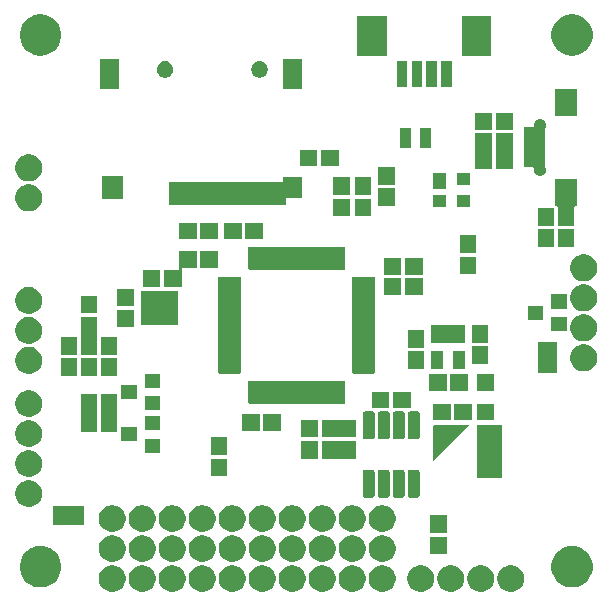
<source format=gts>
G04 #@! TF.GenerationSoftware,KiCad,Pcbnew,(5.1.5)-3*
G04 #@! TF.CreationDate,2020-01-29T21:37:39+13:00*
G04 #@! TF.ProjectId,SimpleFC,53696d70-6c65-4464-932e-6b696361645f,rev?*
G04 #@! TF.SameCoordinates,Original*
G04 #@! TF.FileFunction,Soldermask,Top*
G04 #@! TF.FilePolarity,Negative*
%FSLAX46Y46*%
G04 Gerber Fmt 4.6, Leading zero omitted, Abs format (unit mm)*
G04 Created by KiCad (PCBNEW (5.1.5)-3) date 2020-01-29 21:37:39*
%MOMM*%
%LPD*%
G04 APERTURE LIST*
%ADD10C,0.100000*%
G04 APERTURE END LIST*
D10*
G36*
X165102525Y-122403809D02*
G01*
X165309991Y-122489744D01*
X165309993Y-122489745D01*
X165496708Y-122614504D01*
X165655496Y-122773292D01*
X165780255Y-122960007D01*
X165780256Y-122960009D01*
X165866191Y-123167475D01*
X165910000Y-123387718D01*
X165910000Y-123612282D01*
X165866191Y-123832525D01*
X165780256Y-124039991D01*
X165780255Y-124039993D01*
X165655496Y-124226708D01*
X165496708Y-124385496D01*
X165309993Y-124510255D01*
X165309992Y-124510256D01*
X165309991Y-124510256D01*
X165102525Y-124596191D01*
X164882282Y-124640000D01*
X164657718Y-124640000D01*
X164437475Y-124596191D01*
X164230009Y-124510256D01*
X164230008Y-124510256D01*
X164230007Y-124510255D01*
X164043292Y-124385496D01*
X163884504Y-124226708D01*
X163759745Y-124039993D01*
X163759744Y-124039991D01*
X163673809Y-123832525D01*
X163630000Y-123612282D01*
X163630000Y-123387718D01*
X163673809Y-123167475D01*
X163759744Y-122960009D01*
X163759745Y-122960007D01*
X163884504Y-122773292D01*
X164043292Y-122614504D01*
X164230007Y-122489745D01*
X164230009Y-122489744D01*
X164437475Y-122403809D01*
X164657718Y-122360000D01*
X164882282Y-122360000D01*
X165102525Y-122403809D01*
G37*
G36*
X167642525Y-122403809D02*
G01*
X167849991Y-122489744D01*
X167849993Y-122489745D01*
X168036708Y-122614504D01*
X168195496Y-122773292D01*
X168320255Y-122960007D01*
X168320256Y-122960009D01*
X168406191Y-123167475D01*
X168450000Y-123387718D01*
X168450000Y-123612282D01*
X168406191Y-123832525D01*
X168320256Y-124039991D01*
X168320255Y-124039993D01*
X168195496Y-124226708D01*
X168036708Y-124385496D01*
X167849993Y-124510255D01*
X167849992Y-124510256D01*
X167849991Y-124510256D01*
X167642525Y-124596191D01*
X167422282Y-124640000D01*
X167197718Y-124640000D01*
X166977475Y-124596191D01*
X166770009Y-124510256D01*
X166770008Y-124510256D01*
X166770007Y-124510255D01*
X166583292Y-124385496D01*
X166424504Y-124226708D01*
X166299745Y-124039993D01*
X166299744Y-124039991D01*
X166213809Y-123832525D01*
X166170000Y-123612282D01*
X166170000Y-123387718D01*
X166213809Y-123167475D01*
X166299744Y-122960009D01*
X166299745Y-122960007D01*
X166424504Y-122773292D01*
X166583292Y-122614504D01*
X166770007Y-122489745D01*
X166770009Y-122489744D01*
X166977475Y-122403809D01*
X167197718Y-122360000D01*
X167422282Y-122360000D01*
X167642525Y-122403809D01*
G37*
G36*
X154222525Y-122403809D02*
G01*
X154429991Y-122489744D01*
X154429993Y-122489745D01*
X154616708Y-122614504D01*
X154775496Y-122773292D01*
X154900255Y-122960007D01*
X154900256Y-122960009D01*
X154986191Y-123167475D01*
X155030000Y-123387718D01*
X155030000Y-123612282D01*
X154986191Y-123832525D01*
X154900256Y-124039991D01*
X154900255Y-124039993D01*
X154775496Y-124226708D01*
X154616708Y-124385496D01*
X154429993Y-124510255D01*
X154429992Y-124510256D01*
X154429991Y-124510256D01*
X154222525Y-124596191D01*
X154002282Y-124640000D01*
X153777718Y-124640000D01*
X153557475Y-124596191D01*
X153350009Y-124510256D01*
X153350008Y-124510256D01*
X153350007Y-124510255D01*
X153163292Y-124385496D01*
X153004504Y-124226708D01*
X152879745Y-124039993D01*
X152879744Y-124039991D01*
X152793809Y-123832525D01*
X152750000Y-123612282D01*
X152750000Y-123387718D01*
X152793809Y-123167475D01*
X152879744Y-122960009D01*
X152879745Y-122960007D01*
X153004504Y-122773292D01*
X153163292Y-122614504D01*
X153350007Y-122489745D01*
X153350009Y-122489744D01*
X153557475Y-122403809D01*
X153777718Y-122360000D01*
X154002282Y-122360000D01*
X154222525Y-122403809D01*
G37*
G36*
X151682525Y-122403809D02*
G01*
X151889991Y-122489744D01*
X151889993Y-122489745D01*
X152076708Y-122614504D01*
X152235496Y-122773292D01*
X152360255Y-122960007D01*
X152360256Y-122960009D01*
X152446191Y-123167475D01*
X152490000Y-123387718D01*
X152490000Y-123612282D01*
X152446191Y-123832525D01*
X152360256Y-124039991D01*
X152360255Y-124039993D01*
X152235496Y-124226708D01*
X152076708Y-124385496D01*
X151889993Y-124510255D01*
X151889992Y-124510256D01*
X151889991Y-124510256D01*
X151682525Y-124596191D01*
X151462282Y-124640000D01*
X151237718Y-124640000D01*
X151017475Y-124596191D01*
X150810009Y-124510256D01*
X150810008Y-124510256D01*
X150810007Y-124510255D01*
X150623292Y-124385496D01*
X150464504Y-124226708D01*
X150339745Y-124039993D01*
X150339744Y-124039991D01*
X150253809Y-123832525D01*
X150210000Y-123612282D01*
X150210000Y-123387718D01*
X150253809Y-123167475D01*
X150339744Y-122960009D01*
X150339745Y-122960007D01*
X150464504Y-122773292D01*
X150623292Y-122614504D01*
X150810007Y-122489745D01*
X150810009Y-122489744D01*
X151017475Y-122403809D01*
X151237718Y-122360000D01*
X151462282Y-122360000D01*
X151682525Y-122403809D01*
G37*
G36*
X149142525Y-122403809D02*
G01*
X149349991Y-122489744D01*
X149349993Y-122489745D01*
X149536708Y-122614504D01*
X149695496Y-122773292D01*
X149820255Y-122960007D01*
X149820256Y-122960009D01*
X149906191Y-123167475D01*
X149950000Y-123387718D01*
X149950000Y-123612282D01*
X149906191Y-123832525D01*
X149820256Y-124039991D01*
X149820255Y-124039993D01*
X149695496Y-124226708D01*
X149536708Y-124385496D01*
X149349993Y-124510255D01*
X149349992Y-124510256D01*
X149349991Y-124510256D01*
X149142525Y-124596191D01*
X148922282Y-124640000D01*
X148697718Y-124640000D01*
X148477475Y-124596191D01*
X148270009Y-124510256D01*
X148270008Y-124510256D01*
X148270007Y-124510255D01*
X148083292Y-124385496D01*
X147924504Y-124226708D01*
X147799745Y-124039993D01*
X147799744Y-124039991D01*
X147713809Y-123832525D01*
X147670000Y-123612282D01*
X147670000Y-123387718D01*
X147713809Y-123167475D01*
X147799744Y-122960009D01*
X147799745Y-122960007D01*
X147924504Y-122773292D01*
X148083292Y-122614504D01*
X148270007Y-122489745D01*
X148270009Y-122489744D01*
X148477475Y-122403809D01*
X148697718Y-122360000D01*
X148922282Y-122360000D01*
X149142525Y-122403809D01*
G37*
G36*
X146602525Y-122403809D02*
G01*
X146809991Y-122489744D01*
X146809993Y-122489745D01*
X146996708Y-122614504D01*
X147155496Y-122773292D01*
X147280255Y-122960007D01*
X147280256Y-122960009D01*
X147366191Y-123167475D01*
X147410000Y-123387718D01*
X147410000Y-123612282D01*
X147366191Y-123832525D01*
X147280256Y-124039991D01*
X147280255Y-124039993D01*
X147155496Y-124226708D01*
X146996708Y-124385496D01*
X146809993Y-124510255D01*
X146809992Y-124510256D01*
X146809991Y-124510256D01*
X146602525Y-124596191D01*
X146382282Y-124640000D01*
X146157718Y-124640000D01*
X145937475Y-124596191D01*
X145730009Y-124510256D01*
X145730008Y-124510256D01*
X145730007Y-124510255D01*
X145543292Y-124385496D01*
X145384504Y-124226708D01*
X145259745Y-124039993D01*
X145259744Y-124039991D01*
X145173809Y-123832525D01*
X145130000Y-123612282D01*
X145130000Y-123387718D01*
X145173809Y-123167475D01*
X145259744Y-122960009D01*
X145259745Y-122960007D01*
X145384504Y-122773292D01*
X145543292Y-122614504D01*
X145730007Y-122489745D01*
X145730009Y-122489744D01*
X145937475Y-122403809D01*
X146157718Y-122360000D01*
X146382282Y-122360000D01*
X146602525Y-122403809D01*
G37*
G36*
X144062525Y-122403809D02*
G01*
X144269991Y-122489744D01*
X144269993Y-122489745D01*
X144456708Y-122614504D01*
X144615496Y-122773292D01*
X144740255Y-122960007D01*
X144740256Y-122960009D01*
X144826191Y-123167475D01*
X144870000Y-123387718D01*
X144870000Y-123612282D01*
X144826191Y-123832525D01*
X144740256Y-124039991D01*
X144740255Y-124039993D01*
X144615496Y-124226708D01*
X144456708Y-124385496D01*
X144269993Y-124510255D01*
X144269992Y-124510256D01*
X144269991Y-124510256D01*
X144062525Y-124596191D01*
X143842282Y-124640000D01*
X143617718Y-124640000D01*
X143397475Y-124596191D01*
X143190009Y-124510256D01*
X143190008Y-124510256D01*
X143190007Y-124510255D01*
X143003292Y-124385496D01*
X142844504Y-124226708D01*
X142719745Y-124039993D01*
X142719744Y-124039991D01*
X142633809Y-123832525D01*
X142590000Y-123612282D01*
X142590000Y-123387718D01*
X142633809Y-123167475D01*
X142719744Y-122960009D01*
X142719745Y-122960007D01*
X142844504Y-122773292D01*
X143003292Y-122614504D01*
X143190007Y-122489745D01*
X143190009Y-122489744D01*
X143397475Y-122403809D01*
X143617718Y-122360000D01*
X143842282Y-122360000D01*
X144062525Y-122403809D01*
G37*
G36*
X141522525Y-122403809D02*
G01*
X141729991Y-122489744D01*
X141729993Y-122489745D01*
X141916708Y-122614504D01*
X142075496Y-122773292D01*
X142200255Y-122960007D01*
X142200256Y-122960009D01*
X142286191Y-123167475D01*
X142330000Y-123387718D01*
X142330000Y-123612282D01*
X142286191Y-123832525D01*
X142200256Y-124039991D01*
X142200255Y-124039993D01*
X142075496Y-124226708D01*
X141916708Y-124385496D01*
X141729993Y-124510255D01*
X141729992Y-124510256D01*
X141729991Y-124510256D01*
X141522525Y-124596191D01*
X141302282Y-124640000D01*
X141077718Y-124640000D01*
X140857475Y-124596191D01*
X140650009Y-124510256D01*
X140650008Y-124510256D01*
X140650007Y-124510255D01*
X140463292Y-124385496D01*
X140304504Y-124226708D01*
X140179745Y-124039993D01*
X140179744Y-124039991D01*
X140093809Y-123832525D01*
X140050000Y-123612282D01*
X140050000Y-123387718D01*
X140093809Y-123167475D01*
X140179744Y-122960009D01*
X140179745Y-122960007D01*
X140304504Y-122773292D01*
X140463292Y-122614504D01*
X140650007Y-122489745D01*
X140650009Y-122489744D01*
X140857475Y-122403809D01*
X141077718Y-122360000D01*
X141302282Y-122360000D01*
X141522525Y-122403809D01*
G37*
G36*
X136442525Y-122403809D02*
G01*
X136649991Y-122489744D01*
X136649993Y-122489745D01*
X136836708Y-122614504D01*
X136995496Y-122773292D01*
X137120255Y-122960007D01*
X137120256Y-122960009D01*
X137206191Y-123167475D01*
X137250000Y-123387718D01*
X137250000Y-123612282D01*
X137206191Y-123832525D01*
X137120256Y-124039991D01*
X137120255Y-124039993D01*
X136995496Y-124226708D01*
X136836708Y-124385496D01*
X136649993Y-124510255D01*
X136649992Y-124510256D01*
X136649991Y-124510256D01*
X136442525Y-124596191D01*
X136222282Y-124640000D01*
X135997718Y-124640000D01*
X135777475Y-124596191D01*
X135570009Y-124510256D01*
X135570008Y-124510256D01*
X135570007Y-124510255D01*
X135383292Y-124385496D01*
X135224504Y-124226708D01*
X135099745Y-124039993D01*
X135099744Y-124039991D01*
X135013809Y-123832525D01*
X134970000Y-123612282D01*
X134970000Y-123387718D01*
X135013809Y-123167475D01*
X135099744Y-122960009D01*
X135099745Y-122960007D01*
X135224504Y-122773292D01*
X135383292Y-122614504D01*
X135570007Y-122489745D01*
X135570009Y-122489744D01*
X135777475Y-122403809D01*
X135997718Y-122360000D01*
X136222282Y-122360000D01*
X136442525Y-122403809D01*
G37*
G36*
X138982525Y-122403809D02*
G01*
X139189991Y-122489744D01*
X139189993Y-122489745D01*
X139376708Y-122614504D01*
X139535496Y-122773292D01*
X139660255Y-122960007D01*
X139660256Y-122960009D01*
X139746191Y-123167475D01*
X139790000Y-123387718D01*
X139790000Y-123612282D01*
X139746191Y-123832525D01*
X139660256Y-124039991D01*
X139660255Y-124039993D01*
X139535496Y-124226708D01*
X139376708Y-124385496D01*
X139189993Y-124510255D01*
X139189992Y-124510256D01*
X139189991Y-124510256D01*
X138982525Y-124596191D01*
X138762282Y-124640000D01*
X138537718Y-124640000D01*
X138317475Y-124596191D01*
X138110009Y-124510256D01*
X138110008Y-124510256D01*
X138110007Y-124510255D01*
X137923292Y-124385496D01*
X137764504Y-124226708D01*
X137639745Y-124039993D01*
X137639744Y-124039991D01*
X137553809Y-123832525D01*
X137510000Y-123612282D01*
X137510000Y-123387718D01*
X137553809Y-123167475D01*
X137639744Y-122960009D01*
X137639745Y-122960007D01*
X137764504Y-122773292D01*
X137923292Y-122614504D01*
X138110007Y-122489745D01*
X138110009Y-122489744D01*
X138317475Y-122403809D01*
X138537718Y-122360000D01*
X138762282Y-122360000D01*
X138982525Y-122403809D01*
G37*
G36*
X162562525Y-122403809D02*
G01*
X162769991Y-122489744D01*
X162769993Y-122489745D01*
X162956708Y-122614504D01*
X163115496Y-122773292D01*
X163240255Y-122960007D01*
X163240256Y-122960009D01*
X163326191Y-123167475D01*
X163370000Y-123387718D01*
X163370000Y-123612282D01*
X163326191Y-123832525D01*
X163240256Y-124039991D01*
X163240255Y-124039993D01*
X163115496Y-124226708D01*
X162956708Y-124385496D01*
X162769993Y-124510255D01*
X162769992Y-124510256D01*
X162769991Y-124510256D01*
X162562525Y-124596191D01*
X162342282Y-124640000D01*
X162117718Y-124640000D01*
X161897475Y-124596191D01*
X161690009Y-124510256D01*
X161690008Y-124510256D01*
X161690007Y-124510255D01*
X161503292Y-124385496D01*
X161344504Y-124226708D01*
X161219745Y-124039993D01*
X161219744Y-124039991D01*
X161133809Y-123832525D01*
X161090000Y-123612282D01*
X161090000Y-123387718D01*
X161133809Y-123167475D01*
X161219744Y-122960009D01*
X161219745Y-122960007D01*
X161344504Y-122773292D01*
X161503292Y-122614504D01*
X161690007Y-122489745D01*
X161690009Y-122489744D01*
X161897475Y-122403809D01*
X162117718Y-122360000D01*
X162342282Y-122360000D01*
X162562525Y-122403809D01*
G37*
G36*
X160022525Y-122403809D02*
G01*
X160229991Y-122489744D01*
X160229993Y-122489745D01*
X160416708Y-122614504D01*
X160575496Y-122773292D01*
X160700255Y-122960007D01*
X160700256Y-122960009D01*
X160786191Y-123167475D01*
X160830000Y-123387718D01*
X160830000Y-123612282D01*
X160786191Y-123832525D01*
X160700256Y-124039991D01*
X160700255Y-124039993D01*
X160575496Y-124226708D01*
X160416708Y-124385496D01*
X160229993Y-124510255D01*
X160229992Y-124510256D01*
X160229991Y-124510256D01*
X160022525Y-124596191D01*
X159802282Y-124640000D01*
X159577718Y-124640000D01*
X159357475Y-124596191D01*
X159150009Y-124510256D01*
X159150008Y-124510256D01*
X159150007Y-124510255D01*
X158963292Y-124385496D01*
X158804504Y-124226708D01*
X158679745Y-124039993D01*
X158679744Y-124039991D01*
X158593809Y-123832525D01*
X158550000Y-123612282D01*
X158550000Y-123387718D01*
X158593809Y-123167475D01*
X158679744Y-122960009D01*
X158679745Y-122960007D01*
X158804504Y-122773292D01*
X158963292Y-122614504D01*
X159150007Y-122489745D01*
X159150009Y-122489744D01*
X159357475Y-122403809D01*
X159577718Y-122360000D01*
X159802282Y-122360000D01*
X160022525Y-122403809D01*
G37*
G36*
X133902525Y-122403809D02*
G01*
X134109991Y-122489744D01*
X134109993Y-122489745D01*
X134296708Y-122614504D01*
X134455496Y-122773292D01*
X134580255Y-122960007D01*
X134580256Y-122960009D01*
X134666191Y-123167475D01*
X134710000Y-123387718D01*
X134710000Y-123612282D01*
X134666191Y-123832525D01*
X134580256Y-124039991D01*
X134580255Y-124039993D01*
X134455496Y-124226708D01*
X134296708Y-124385496D01*
X134109993Y-124510255D01*
X134109992Y-124510256D01*
X134109991Y-124510256D01*
X133902525Y-124596191D01*
X133682282Y-124640000D01*
X133457718Y-124640000D01*
X133237475Y-124596191D01*
X133030009Y-124510256D01*
X133030008Y-124510256D01*
X133030007Y-124510255D01*
X132843292Y-124385496D01*
X132684504Y-124226708D01*
X132559745Y-124039993D01*
X132559744Y-124039991D01*
X132473809Y-123832525D01*
X132430000Y-123612282D01*
X132430000Y-123387718D01*
X132473809Y-123167475D01*
X132559744Y-122960009D01*
X132559745Y-122960007D01*
X132684504Y-122773292D01*
X132843292Y-122614504D01*
X133030007Y-122489745D01*
X133030009Y-122489744D01*
X133237475Y-122403809D01*
X133457718Y-122360000D01*
X133682282Y-122360000D01*
X133902525Y-122403809D01*
G37*
G36*
X156762525Y-122403809D02*
G01*
X156969991Y-122489744D01*
X156969993Y-122489745D01*
X157156708Y-122614504D01*
X157315496Y-122773292D01*
X157440255Y-122960007D01*
X157440256Y-122960009D01*
X157526191Y-123167475D01*
X157570000Y-123387718D01*
X157570000Y-123612282D01*
X157526191Y-123832525D01*
X157440256Y-124039991D01*
X157440255Y-124039993D01*
X157315496Y-124226708D01*
X157156708Y-124385496D01*
X156969993Y-124510255D01*
X156969992Y-124510256D01*
X156969991Y-124510256D01*
X156762525Y-124596191D01*
X156542282Y-124640000D01*
X156317718Y-124640000D01*
X156097475Y-124596191D01*
X155890009Y-124510256D01*
X155890008Y-124510256D01*
X155890007Y-124510255D01*
X155703292Y-124385496D01*
X155544504Y-124226708D01*
X155419745Y-124039993D01*
X155419744Y-124039991D01*
X155333809Y-123832525D01*
X155290000Y-123612282D01*
X155290000Y-123387718D01*
X155333809Y-123167475D01*
X155419744Y-122960009D01*
X155419745Y-122960007D01*
X155544504Y-122773292D01*
X155703292Y-122614504D01*
X155890007Y-122489745D01*
X155890009Y-122489744D01*
X156097475Y-122403809D01*
X156317718Y-122360000D01*
X156542282Y-122360000D01*
X156762525Y-122403809D01*
G37*
G36*
X127841408Y-120783626D02*
G01*
X128010456Y-120817251D01*
X128328936Y-120949170D01*
X128615560Y-121140686D01*
X128859314Y-121384440D01*
X129050830Y-121671064D01*
X129182749Y-121989544D01*
X129250000Y-122327640D01*
X129250000Y-122672360D01*
X129182749Y-123010456D01*
X129050830Y-123328936D01*
X128859314Y-123615560D01*
X128615560Y-123859314D01*
X128328936Y-124050830D01*
X128010456Y-124182749D01*
X127841408Y-124216375D01*
X127672361Y-124250000D01*
X127327639Y-124250000D01*
X127158592Y-124216375D01*
X126989544Y-124182749D01*
X126671064Y-124050830D01*
X126384440Y-123859314D01*
X126140686Y-123615560D01*
X125949170Y-123328936D01*
X125817251Y-123010456D01*
X125750000Y-122672360D01*
X125750000Y-122327640D01*
X125817251Y-121989544D01*
X125949170Y-121671064D01*
X126140686Y-121384440D01*
X126384440Y-121140686D01*
X126671064Y-120949170D01*
X126989544Y-120817251D01*
X127158592Y-120783626D01*
X127327639Y-120750000D01*
X127672361Y-120750000D01*
X127841408Y-120783626D01*
G37*
G36*
X172841408Y-120783626D02*
G01*
X173010456Y-120817251D01*
X173328936Y-120949170D01*
X173615560Y-121140686D01*
X173859314Y-121384440D01*
X174050830Y-121671064D01*
X174182749Y-121989544D01*
X174250000Y-122327640D01*
X174250000Y-122672360D01*
X174182749Y-123010456D01*
X174050830Y-123328936D01*
X173859314Y-123615560D01*
X173615560Y-123859314D01*
X173328936Y-124050830D01*
X173010456Y-124182749D01*
X172841408Y-124216375D01*
X172672361Y-124250000D01*
X172327639Y-124250000D01*
X172158592Y-124216375D01*
X171989544Y-124182749D01*
X171671064Y-124050830D01*
X171384440Y-123859314D01*
X171140686Y-123615560D01*
X170949170Y-123328936D01*
X170817251Y-123010456D01*
X170750000Y-122672360D01*
X170750000Y-122327640D01*
X170817251Y-121989544D01*
X170949170Y-121671064D01*
X171140686Y-121384440D01*
X171384440Y-121140686D01*
X171671064Y-120949170D01*
X171989544Y-120817251D01*
X172158592Y-120783626D01*
X172327639Y-120750000D01*
X172672361Y-120750000D01*
X172841408Y-120783626D01*
G37*
G36*
X133902525Y-119863809D02*
G01*
X134109991Y-119949744D01*
X134109993Y-119949745D01*
X134296708Y-120074504D01*
X134455496Y-120233292D01*
X134580255Y-120420007D01*
X134580256Y-120420009D01*
X134666191Y-120627475D01*
X134710000Y-120847718D01*
X134710000Y-121072282D01*
X134666191Y-121292525D01*
X134628118Y-121384441D01*
X134580255Y-121499993D01*
X134455496Y-121686708D01*
X134296708Y-121845496D01*
X134109993Y-121970255D01*
X134109992Y-121970256D01*
X134109991Y-121970256D01*
X133902525Y-122056191D01*
X133682282Y-122100000D01*
X133457718Y-122100000D01*
X133237475Y-122056191D01*
X133030009Y-121970256D01*
X133030008Y-121970256D01*
X133030007Y-121970255D01*
X132843292Y-121845496D01*
X132684504Y-121686708D01*
X132559745Y-121499993D01*
X132511882Y-121384441D01*
X132473809Y-121292525D01*
X132430000Y-121072282D01*
X132430000Y-120847718D01*
X132473809Y-120627475D01*
X132559744Y-120420009D01*
X132559745Y-120420007D01*
X132684504Y-120233292D01*
X132843292Y-120074504D01*
X133030007Y-119949745D01*
X133030009Y-119949744D01*
X133237475Y-119863809D01*
X133457718Y-119820000D01*
X133682282Y-119820000D01*
X133902525Y-119863809D01*
G37*
G36*
X154222525Y-119863809D02*
G01*
X154429991Y-119949744D01*
X154429993Y-119949745D01*
X154616708Y-120074504D01*
X154775496Y-120233292D01*
X154900255Y-120420007D01*
X154900256Y-120420009D01*
X154986191Y-120627475D01*
X155030000Y-120847718D01*
X155030000Y-121072282D01*
X154986191Y-121292525D01*
X154948118Y-121384441D01*
X154900255Y-121499993D01*
X154775496Y-121686708D01*
X154616708Y-121845496D01*
X154429993Y-121970255D01*
X154429992Y-121970256D01*
X154429991Y-121970256D01*
X154222525Y-122056191D01*
X154002282Y-122100000D01*
X153777718Y-122100000D01*
X153557475Y-122056191D01*
X153350009Y-121970256D01*
X153350008Y-121970256D01*
X153350007Y-121970255D01*
X153163292Y-121845496D01*
X153004504Y-121686708D01*
X152879745Y-121499993D01*
X152831882Y-121384441D01*
X152793809Y-121292525D01*
X152750000Y-121072282D01*
X152750000Y-120847718D01*
X152793809Y-120627475D01*
X152879744Y-120420009D01*
X152879745Y-120420007D01*
X153004504Y-120233292D01*
X153163292Y-120074504D01*
X153350007Y-119949745D01*
X153350009Y-119949744D01*
X153557475Y-119863809D01*
X153777718Y-119820000D01*
X154002282Y-119820000D01*
X154222525Y-119863809D01*
G37*
G36*
X151682525Y-119863809D02*
G01*
X151889991Y-119949744D01*
X151889993Y-119949745D01*
X152076708Y-120074504D01*
X152235496Y-120233292D01*
X152360255Y-120420007D01*
X152360256Y-120420009D01*
X152446191Y-120627475D01*
X152490000Y-120847718D01*
X152490000Y-121072282D01*
X152446191Y-121292525D01*
X152408118Y-121384441D01*
X152360255Y-121499993D01*
X152235496Y-121686708D01*
X152076708Y-121845496D01*
X151889993Y-121970255D01*
X151889992Y-121970256D01*
X151889991Y-121970256D01*
X151682525Y-122056191D01*
X151462282Y-122100000D01*
X151237718Y-122100000D01*
X151017475Y-122056191D01*
X150810009Y-121970256D01*
X150810008Y-121970256D01*
X150810007Y-121970255D01*
X150623292Y-121845496D01*
X150464504Y-121686708D01*
X150339745Y-121499993D01*
X150291882Y-121384441D01*
X150253809Y-121292525D01*
X150210000Y-121072282D01*
X150210000Y-120847718D01*
X150253809Y-120627475D01*
X150339744Y-120420009D01*
X150339745Y-120420007D01*
X150464504Y-120233292D01*
X150623292Y-120074504D01*
X150810007Y-119949745D01*
X150810009Y-119949744D01*
X151017475Y-119863809D01*
X151237718Y-119820000D01*
X151462282Y-119820000D01*
X151682525Y-119863809D01*
G37*
G36*
X156762525Y-119863809D02*
G01*
X156969991Y-119949744D01*
X156969993Y-119949745D01*
X157156708Y-120074504D01*
X157315496Y-120233292D01*
X157440255Y-120420007D01*
X157440256Y-120420009D01*
X157526191Y-120627475D01*
X157570000Y-120847718D01*
X157570000Y-121072282D01*
X157526191Y-121292525D01*
X157488118Y-121384441D01*
X157440255Y-121499993D01*
X157315496Y-121686708D01*
X157156708Y-121845496D01*
X156969993Y-121970255D01*
X156969992Y-121970256D01*
X156969991Y-121970256D01*
X156762525Y-122056191D01*
X156542282Y-122100000D01*
X156317718Y-122100000D01*
X156097475Y-122056191D01*
X155890009Y-121970256D01*
X155890008Y-121970256D01*
X155890007Y-121970255D01*
X155703292Y-121845496D01*
X155544504Y-121686708D01*
X155419745Y-121499993D01*
X155371882Y-121384441D01*
X155333809Y-121292525D01*
X155290000Y-121072282D01*
X155290000Y-120847718D01*
X155333809Y-120627475D01*
X155419744Y-120420009D01*
X155419745Y-120420007D01*
X155544504Y-120233292D01*
X155703292Y-120074504D01*
X155890007Y-119949745D01*
X155890009Y-119949744D01*
X156097475Y-119863809D01*
X156317718Y-119820000D01*
X156542282Y-119820000D01*
X156762525Y-119863809D01*
G37*
G36*
X136442525Y-119863809D02*
G01*
X136649991Y-119949744D01*
X136649993Y-119949745D01*
X136836708Y-120074504D01*
X136995496Y-120233292D01*
X137120255Y-120420007D01*
X137120256Y-120420009D01*
X137206191Y-120627475D01*
X137250000Y-120847718D01*
X137250000Y-121072282D01*
X137206191Y-121292525D01*
X137168118Y-121384441D01*
X137120255Y-121499993D01*
X136995496Y-121686708D01*
X136836708Y-121845496D01*
X136649993Y-121970255D01*
X136649992Y-121970256D01*
X136649991Y-121970256D01*
X136442525Y-122056191D01*
X136222282Y-122100000D01*
X135997718Y-122100000D01*
X135777475Y-122056191D01*
X135570009Y-121970256D01*
X135570008Y-121970256D01*
X135570007Y-121970255D01*
X135383292Y-121845496D01*
X135224504Y-121686708D01*
X135099745Y-121499993D01*
X135051882Y-121384441D01*
X135013809Y-121292525D01*
X134970000Y-121072282D01*
X134970000Y-120847718D01*
X135013809Y-120627475D01*
X135099744Y-120420009D01*
X135099745Y-120420007D01*
X135224504Y-120233292D01*
X135383292Y-120074504D01*
X135570007Y-119949745D01*
X135570009Y-119949744D01*
X135777475Y-119863809D01*
X135997718Y-119820000D01*
X136222282Y-119820000D01*
X136442525Y-119863809D01*
G37*
G36*
X138982525Y-119863809D02*
G01*
X139189991Y-119949744D01*
X139189993Y-119949745D01*
X139376708Y-120074504D01*
X139535496Y-120233292D01*
X139660255Y-120420007D01*
X139660256Y-120420009D01*
X139746191Y-120627475D01*
X139790000Y-120847718D01*
X139790000Y-121072282D01*
X139746191Y-121292525D01*
X139708118Y-121384441D01*
X139660255Y-121499993D01*
X139535496Y-121686708D01*
X139376708Y-121845496D01*
X139189993Y-121970255D01*
X139189992Y-121970256D01*
X139189991Y-121970256D01*
X138982525Y-122056191D01*
X138762282Y-122100000D01*
X138537718Y-122100000D01*
X138317475Y-122056191D01*
X138110009Y-121970256D01*
X138110008Y-121970256D01*
X138110007Y-121970255D01*
X137923292Y-121845496D01*
X137764504Y-121686708D01*
X137639745Y-121499993D01*
X137591882Y-121384441D01*
X137553809Y-121292525D01*
X137510000Y-121072282D01*
X137510000Y-120847718D01*
X137553809Y-120627475D01*
X137639744Y-120420009D01*
X137639745Y-120420007D01*
X137764504Y-120233292D01*
X137923292Y-120074504D01*
X138110007Y-119949745D01*
X138110009Y-119949744D01*
X138317475Y-119863809D01*
X138537718Y-119820000D01*
X138762282Y-119820000D01*
X138982525Y-119863809D01*
G37*
G36*
X141522525Y-119863809D02*
G01*
X141729991Y-119949744D01*
X141729993Y-119949745D01*
X141916708Y-120074504D01*
X142075496Y-120233292D01*
X142200255Y-120420007D01*
X142200256Y-120420009D01*
X142286191Y-120627475D01*
X142330000Y-120847718D01*
X142330000Y-121072282D01*
X142286191Y-121292525D01*
X142248118Y-121384441D01*
X142200255Y-121499993D01*
X142075496Y-121686708D01*
X141916708Y-121845496D01*
X141729993Y-121970255D01*
X141729992Y-121970256D01*
X141729991Y-121970256D01*
X141522525Y-122056191D01*
X141302282Y-122100000D01*
X141077718Y-122100000D01*
X140857475Y-122056191D01*
X140650009Y-121970256D01*
X140650008Y-121970256D01*
X140650007Y-121970255D01*
X140463292Y-121845496D01*
X140304504Y-121686708D01*
X140179745Y-121499993D01*
X140131882Y-121384441D01*
X140093809Y-121292525D01*
X140050000Y-121072282D01*
X140050000Y-120847718D01*
X140093809Y-120627475D01*
X140179744Y-120420009D01*
X140179745Y-120420007D01*
X140304504Y-120233292D01*
X140463292Y-120074504D01*
X140650007Y-119949745D01*
X140650009Y-119949744D01*
X140857475Y-119863809D01*
X141077718Y-119820000D01*
X141302282Y-119820000D01*
X141522525Y-119863809D01*
G37*
G36*
X144062525Y-119863809D02*
G01*
X144269991Y-119949744D01*
X144269993Y-119949745D01*
X144456708Y-120074504D01*
X144615496Y-120233292D01*
X144740255Y-120420007D01*
X144740256Y-120420009D01*
X144826191Y-120627475D01*
X144870000Y-120847718D01*
X144870000Y-121072282D01*
X144826191Y-121292525D01*
X144788118Y-121384441D01*
X144740255Y-121499993D01*
X144615496Y-121686708D01*
X144456708Y-121845496D01*
X144269993Y-121970255D01*
X144269992Y-121970256D01*
X144269991Y-121970256D01*
X144062525Y-122056191D01*
X143842282Y-122100000D01*
X143617718Y-122100000D01*
X143397475Y-122056191D01*
X143190009Y-121970256D01*
X143190008Y-121970256D01*
X143190007Y-121970255D01*
X143003292Y-121845496D01*
X142844504Y-121686708D01*
X142719745Y-121499993D01*
X142671882Y-121384441D01*
X142633809Y-121292525D01*
X142590000Y-121072282D01*
X142590000Y-120847718D01*
X142633809Y-120627475D01*
X142719744Y-120420009D01*
X142719745Y-120420007D01*
X142844504Y-120233292D01*
X143003292Y-120074504D01*
X143190007Y-119949745D01*
X143190009Y-119949744D01*
X143397475Y-119863809D01*
X143617718Y-119820000D01*
X143842282Y-119820000D01*
X144062525Y-119863809D01*
G37*
G36*
X149142525Y-119863809D02*
G01*
X149349991Y-119949744D01*
X149349993Y-119949745D01*
X149536708Y-120074504D01*
X149695496Y-120233292D01*
X149820255Y-120420007D01*
X149820256Y-120420009D01*
X149906191Y-120627475D01*
X149950000Y-120847718D01*
X149950000Y-121072282D01*
X149906191Y-121292525D01*
X149868118Y-121384441D01*
X149820255Y-121499993D01*
X149695496Y-121686708D01*
X149536708Y-121845496D01*
X149349993Y-121970255D01*
X149349992Y-121970256D01*
X149349991Y-121970256D01*
X149142525Y-122056191D01*
X148922282Y-122100000D01*
X148697718Y-122100000D01*
X148477475Y-122056191D01*
X148270009Y-121970256D01*
X148270008Y-121970256D01*
X148270007Y-121970255D01*
X148083292Y-121845496D01*
X147924504Y-121686708D01*
X147799745Y-121499993D01*
X147751882Y-121384441D01*
X147713809Y-121292525D01*
X147670000Y-121072282D01*
X147670000Y-120847718D01*
X147713809Y-120627475D01*
X147799744Y-120420009D01*
X147799745Y-120420007D01*
X147924504Y-120233292D01*
X148083292Y-120074504D01*
X148270007Y-119949745D01*
X148270009Y-119949744D01*
X148477475Y-119863809D01*
X148697718Y-119820000D01*
X148922282Y-119820000D01*
X149142525Y-119863809D01*
G37*
G36*
X146602525Y-119863809D02*
G01*
X146809991Y-119949744D01*
X146809993Y-119949745D01*
X146996708Y-120074504D01*
X147155496Y-120233292D01*
X147280255Y-120420007D01*
X147280256Y-120420009D01*
X147366191Y-120627475D01*
X147410000Y-120847718D01*
X147410000Y-121072282D01*
X147366191Y-121292525D01*
X147328118Y-121384441D01*
X147280255Y-121499993D01*
X147155496Y-121686708D01*
X146996708Y-121845496D01*
X146809993Y-121970255D01*
X146809992Y-121970256D01*
X146809991Y-121970256D01*
X146602525Y-122056191D01*
X146382282Y-122100000D01*
X146157718Y-122100000D01*
X145937475Y-122056191D01*
X145730009Y-121970256D01*
X145730008Y-121970256D01*
X145730007Y-121970255D01*
X145543292Y-121845496D01*
X145384504Y-121686708D01*
X145259745Y-121499993D01*
X145211882Y-121384441D01*
X145173809Y-121292525D01*
X145130000Y-121072282D01*
X145130000Y-120847718D01*
X145173809Y-120627475D01*
X145259744Y-120420009D01*
X145259745Y-120420007D01*
X145384504Y-120233292D01*
X145543292Y-120074504D01*
X145730007Y-119949745D01*
X145730009Y-119949744D01*
X145937475Y-119863809D01*
X146157718Y-119820000D01*
X146382282Y-119820000D01*
X146602525Y-119863809D01*
G37*
G36*
X161900000Y-121450000D02*
G01*
X160500000Y-121450000D01*
X160500000Y-119950000D01*
X161900000Y-119950000D01*
X161900000Y-121450000D01*
G37*
G36*
X161900000Y-119650000D02*
G01*
X160500000Y-119650000D01*
X160500000Y-118150000D01*
X161900000Y-118150000D01*
X161900000Y-119650000D01*
G37*
G36*
X144062525Y-117323809D02*
G01*
X144261413Y-117406191D01*
X144269993Y-117409745D01*
X144456708Y-117534504D01*
X144615496Y-117693292D01*
X144740255Y-117880007D01*
X144740256Y-117880009D01*
X144826191Y-118087475D01*
X144870000Y-118307718D01*
X144870000Y-118532282D01*
X144826191Y-118752525D01*
X144740256Y-118959991D01*
X144740255Y-118959993D01*
X144615496Y-119146708D01*
X144456708Y-119305496D01*
X144269993Y-119430255D01*
X144269992Y-119430256D01*
X144269991Y-119430256D01*
X144062525Y-119516191D01*
X143842282Y-119560000D01*
X143617718Y-119560000D01*
X143397475Y-119516191D01*
X143190009Y-119430256D01*
X143190008Y-119430256D01*
X143190007Y-119430255D01*
X143003292Y-119305496D01*
X142844504Y-119146708D01*
X142719745Y-118959993D01*
X142719744Y-118959991D01*
X142633809Y-118752525D01*
X142590000Y-118532282D01*
X142590000Y-118307718D01*
X142633809Y-118087475D01*
X142719744Y-117880009D01*
X142719745Y-117880007D01*
X142844504Y-117693292D01*
X143003292Y-117534504D01*
X143190007Y-117409745D01*
X143198587Y-117406191D01*
X143397475Y-117323809D01*
X143617718Y-117280000D01*
X143842282Y-117280000D01*
X144062525Y-117323809D01*
G37*
G36*
X146602525Y-117323809D02*
G01*
X146801413Y-117406191D01*
X146809993Y-117409745D01*
X146996708Y-117534504D01*
X147155496Y-117693292D01*
X147280255Y-117880007D01*
X147280256Y-117880009D01*
X147366191Y-118087475D01*
X147410000Y-118307718D01*
X147410000Y-118532282D01*
X147366191Y-118752525D01*
X147280256Y-118959991D01*
X147280255Y-118959993D01*
X147155496Y-119146708D01*
X146996708Y-119305496D01*
X146809993Y-119430255D01*
X146809992Y-119430256D01*
X146809991Y-119430256D01*
X146602525Y-119516191D01*
X146382282Y-119560000D01*
X146157718Y-119560000D01*
X145937475Y-119516191D01*
X145730009Y-119430256D01*
X145730008Y-119430256D01*
X145730007Y-119430255D01*
X145543292Y-119305496D01*
X145384504Y-119146708D01*
X145259745Y-118959993D01*
X145259744Y-118959991D01*
X145173809Y-118752525D01*
X145130000Y-118532282D01*
X145130000Y-118307718D01*
X145173809Y-118087475D01*
X145259744Y-117880009D01*
X145259745Y-117880007D01*
X145384504Y-117693292D01*
X145543292Y-117534504D01*
X145730007Y-117409745D01*
X145738587Y-117406191D01*
X145937475Y-117323809D01*
X146157718Y-117280000D01*
X146382282Y-117280000D01*
X146602525Y-117323809D01*
G37*
G36*
X151682525Y-117323809D02*
G01*
X151881413Y-117406191D01*
X151889993Y-117409745D01*
X152076708Y-117534504D01*
X152235496Y-117693292D01*
X152360255Y-117880007D01*
X152360256Y-117880009D01*
X152446191Y-118087475D01*
X152490000Y-118307718D01*
X152490000Y-118532282D01*
X152446191Y-118752525D01*
X152360256Y-118959991D01*
X152360255Y-118959993D01*
X152235496Y-119146708D01*
X152076708Y-119305496D01*
X151889993Y-119430255D01*
X151889992Y-119430256D01*
X151889991Y-119430256D01*
X151682525Y-119516191D01*
X151462282Y-119560000D01*
X151237718Y-119560000D01*
X151017475Y-119516191D01*
X150810009Y-119430256D01*
X150810008Y-119430256D01*
X150810007Y-119430255D01*
X150623292Y-119305496D01*
X150464504Y-119146708D01*
X150339745Y-118959993D01*
X150339744Y-118959991D01*
X150253809Y-118752525D01*
X150210000Y-118532282D01*
X150210000Y-118307718D01*
X150253809Y-118087475D01*
X150339744Y-117880009D01*
X150339745Y-117880007D01*
X150464504Y-117693292D01*
X150623292Y-117534504D01*
X150810007Y-117409745D01*
X150818587Y-117406191D01*
X151017475Y-117323809D01*
X151237718Y-117280000D01*
X151462282Y-117280000D01*
X151682525Y-117323809D01*
G37*
G36*
X154222525Y-117323809D02*
G01*
X154421413Y-117406191D01*
X154429993Y-117409745D01*
X154616708Y-117534504D01*
X154775496Y-117693292D01*
X154900255Y-117880007D01*
X154900256Y-117880009D01*
X154986191Y-118087475D01*
X155030000Y-118307718D01*
X155030000Y-118532282D01*
X154986191Y-118752525D01*
X154900256Y-118959991D01*
X154900255Y-118959993D01*
X154775496Y-119146708D01*
X154616708Y-119305496D01*
X154429993Y-119430255D01*
X154429992Y-119430256D01*
X154429991Y-119430256D01*
X154222525Y-119516191D01*
X154002282Y-119560000D01*
X153777718Y-119560000D01*
X153557475Y-119516191D01*
X153350009Y-119430256D01*
X153350008Y-119430256D01*
X153350007Y-119430255D01*
X153163292Y-119305496D01*
X153004504Y-119146708D01*
X152879745Y-118959993D01*
X152879744Y-118959991D01*
X152793809Y-118752525D01*
X152750000Y-118532282D01*
X152750000Y-118307718D01*
X152793809Y-118087475D01*
X152879744Y-117880009D01*
X152879745Y-117880007D01*
X153004504Y-117693292D01*
X153163292Y-117534504D01*
X153350007Y-117409745D01*
X153358587Y-117406191D01*
X153557475Y-117323809D01*
X153777718Y-117280000D01*
X154002282Y-117280000D01*
X154222525Y-117323809D01*
G37*
G36*
X156762525Y-117323809D02*
G01*
X156961413Y-117406191D01*
X156969993Y-117409745D01*
X157156708Y-117534504D01*
X157315496Y-117693292D01*
X157440255Y-117880007D01*
X157440256Y-117880009D01*
X157526191Y-118087475D01*
X157570000Y-118307718D01*
X157570000Y-118532282D01*
X157526191Y-118752525D01*
X157440256Y-118959991D01*
X157440255Y-118959993D01*
X157315496Y-119146708D01*
X157156708Y-119305496D01*
X156969993Y-119430255D01*
X156969992Y-119430256D01*
X156969991Y-119430256D01*
X156762525Y-119516191D01*
X156542282Y-119560000D01*
X156317718Y-119560000D01*
X156097475Y-119516191D01*
X155890009Y-119430256D01*
X155890008Y-119430256D01*
X155890007Y-119430255D01*
X155703292Y-119305496D01*
X155544504Y-119146708D01*
X155419745Y-118959993D01*
X155419744Y-118959991D01*
X155333809Y-118752525D01*
X155290000Y-118532282D01*
X155290000Y-118307718D01*
X155333809Y-118087475D01*
X155419744Y-117880009D01*
X155419745Y-117880007D01*
X155544504Y-117693292D01*
X155703292Y-117534504D01*
X155890007Y-117409745D01*
X155898587Y-117406191D01*
X156097475Y-117323809D01*
X156317718Y-117280000D01*
X156542282Y-117280000D01*
X156762525Y-117323809D01*
G37*
G36*
X138982525Y-117323809D02*
G01*
X139181413Y-117406191D01*
X139189993Y-117409745D01*
X139376708Y-117534504D01*
X139535496Y-117693292D01*
X139660255Y-117880007D01*
X139660256Y-117880009D01*
X139746191Y-118087475D01*
X139790000Y-118307718D01*
X139790000Y-118532282D01*
X139746191Y-118752525D01*
X139660256Y-118959991D01*
X139660255Y-118959993D01*
X139535496Y-119146708D01*
X139376708Y-119305496D01*
X139189993Y-119430255D01*
X139189992Y-119430256D01*
X139189991Y-119430256D01*
X138982525Y-119516191D01*
X138762282Y-119560000D01*
X138537718Y-119560000D01*
X138317475Y-119516191D01*
X138110009Y-119430256D01*
X138110008Y-119430256D01*
X138110007Y-119430255D01*
X137923292Y-119305496D01*
X137764504Y-119146708D01*
X137639745Y-118959993D01*
X137639744Y-118959991D01*
X137553809Y-118752525D01*
X137510000Y-118532282D01*
X137510000Y-118307718D01*
X137553809Y-118087475D01*
X137639744Y-117880009D01*
X137639745Y-117880007D01*
X137764504Y-117693292D01*
X137923292Y-117534504D01*
X138110007Y-117409745D01*
X138118587Y-117406191D01*
X138317475Y-117323809D01*
X138537718Y-117280000D01*
X138762282Y-117280000D01*
X138982525Y-117323809D01*
G37*
G36*
X136442525Y-117323809D02*
G01*
X136641413Y-117406191D01*
X136649993Y-117409745D01*
X136836708Y-117534504D01*
X136995496Y-117693292D01*
X137120255Y-117880007D01*
X137120256Y-117880009D01*
X137206191Y-118087475D01*
X137250000Y-118307718D01*
X137250000Y-118532282D01*
X137206191Y-118752525D01*
X137120256Y-118959991D01*
X137120255Y-118959993D01*
X136995496Y-119146708D01*
X136836708Y-119305496D01*
X136649993Y-119430255D01*
X136649992Y-119430256D01*
X136649991Y-119430256D01*
X136442525Y-119516191D01*
X136222282Y-119560000D01*
X135997718Y-119560000D01*
X135777475Y-119516191D01*
X135570009Y-119430256D01*
X135570008Y-119430256D01*
X135570007Y-119430255D01*
X135383292Y-119305496D01*
X135224504Y-119146708D01*
X135099745Y-118959993D01*
X135099744Y-118959991D01*
X135013809Y-118752525D01*
X134970000Y-118532282D01*
X134970000Y-118307718D01*
X135013809Y-118087475D01*
X135099744Y-117880009D01*
X135099745Y-117880007D01*
X135224504Y-117693292D01*
X135383292Y-117534504D01*
X135570007Y-117409745D01*
X135578587Y-117406191D01*
X135777475Y-117323809D01*
X135997718Y-117280000D01*
X136222282Y-117280000D01*
X136442525Y-117323809D01*
G37*
G36*
X141522525Y-117323809D02*
G01*
X141721413Y-117406191D01*
X141729993Y-117409745D01*
X141916708Y-117534504D01*
X142075496Y-117693292D01*
X142200255Y-117880007D01*
X142200256Y-117880009D01*
X142286191Y-118087475D01*
X142330000Y-118307718D01*
X142330000Y-118532282D01*
X142286191Y-118752525D01*
X142200256Y-118959991D01*
X142200255Y-118959993D01*
X142075496Y-119146708D01*
X141916708Y-119305496D01*
X141729993Y-119430255D01*
X141729992Y-119430256D01*
X141729991Y-119430256D01*
X141522525Y-119516191D01*
X141302282Y-119560000D01*
X141077718Y-119560000D01*
X140857475Y-119516191D01*
X140650009Y-119430256D01*
X140650008Y-119430256D01*
X140650007Y-119430255D01*
X140463292Y-119305496D01*
X140304504Y-119146708D01*
X140179745Y-118959993D01*
X140179744Y-118959991D01*
X140093809Y-118752525D01*
X140050000Y-118532282D01*
X140050000Y-118307718D01*
X140093809Y-118087475D01*
X140179744Y-117880009D01*
X140179745Y-117880007D01*
X140304504Y-117693292D01*
X140463292Y-117534504D01*
X140650007Y-117409745D01*
X140658587Y-117406191D01*
X140857475Y-117323809D01*
X141077718Y-117280000D01*
X141302282Y-117280000D01*
X141522525Y-117323809D01*
G37*
G36*
X133902525Y-117323809D02*
G01*
X134101413Y-117406191D01*
X134109993Y-117409745D01*
X134296708Y-117534504D01*
X134455496Y-117693292D01*
X134580255Y-117880007D01*
X134580256Y-117880009D01*
X134666191Y-118087475D01*
X134710000Y-118307718D01*
X134710000Y-118532282D01*
X134666191Y-118752525D01*
X134580256Y-118959991D01*
X134580255Y-118959993D01*
X134455496Y-119146708D01*
X134296708Y-119305496D01*
X134109993Y-119430255D01*
X134109992Y-119430256D01*
X134109991Y-119430256D01*
X133902525Y-119516191D01*
X133682282Y-119560000D01*
X133457718Y-119560000D01*
X133237475Y-119516191D01*
X133030009Y-119430256D01*
X133030008Y-119430256D01*
X133030007Y-119430255D01*
X132843292Y-119305496D01*
X132684504Y-119146708D01*
X132559745Y-118959993D01*
X132559744Y-118959991D01*
X132473809Y-118752525D01*
X132430000Y-118532282D01*
X132430000Y-118307718D01*
X132473809Y-118087475D01*
X132559744Y-117880009D01*
X132559745Y-117880007D01*
X132684504Y-117693292D01*
X132843292Y-117534504D01*
X133030007Y-117409745D01*
X133038587Y-117406191D01*
X133237475Y-117323809D01*
X133457718Y-117280000D01*
X133682282Y-117280000D01*
X133902525Y-117323809D01*
G37*
G36*
X149142525Y-117323809D02*
G01*
X149341413Y-117406191D01*
X149349993Y-117409745D01*
X149536708Y-117534504D01*
X149695496Y-117693292D01*
X149820255Y-117880007D01*
X149820256Y-117880009D01*
X149906191Y-118087475D01*
X149950000Y-118307718D01*
X149950000Y-118532282D01*
X149906191Y-118752525D01*
X149820256Y-118959991D01*
X149820255Y-118959993D01*
X149695496Y-119146708D01*
X149536708Y-119305496D01*
X149349993Y-119430255D01*
X149349992Y-119430256D01*
X149349991Y-119430256D01*
X149142525Y-119516191D01*
X148922282Y-119560000D01*
X148697718Y-119560000D01*
X148477475Y-119516191D01*
X148270009Y-119430256D01*
X148270008Y-119430256D01*
X148270007Y-119430255D01*
X148083292Y-119305496D01*
X147924504Y-119146708D01*
X147799745Y-118959993D01*
X147799744Y-118959991D01*
X147713809Y-118752525D01*
X147670000Y-118532282D01*
X147670000Y-118307718D01*
X147713809Y-118087475D01*
X147799744Y-117880009D01*
X147799745Y-117880007D01*
X147924504Y-117693292D01*
X148083292Y-117534504D01*
X148270007Y-117409745D01*
X148278587Y-117406191D01*
X148477475Y-117323809D01*
X148697718Y-117280000D01*
X148922282Y-117280000D01*
X149142525Y-117323809D01*
G37*
G36*
X131200000Y-119000000D02*
G01*
X128600000Y-119000000D01*
X128600000Y-117400000D01*
X131200000Y-117400000D01*
X131200000Y-119000000D01*
G37*
G36*
X126832525Y-115213809D02*
G01*
X127039991Y-115299744D01*
X127039993Y-115299745D01*
X127226708Y-115424504D01*
X127385496Y-115583292D01*
X127510255Y-115770007D01*
X127510256Y-115770009D01*
X127596191Y-115977475D01*
X127640000Y-116197718D01*
X127640000Y-116422282D01*
X127596191Y-116642525D01*
X127510256Y-116849991D01*
X127510255Y-116849993D01*
X127385496Y-117036708D01*
X127226708Y-117195496D01*
X127039993Y-117320255D01*
X127039992Y-117320256D01*
X127039991Y-117320256D01*
X126832525Y-117406191D01*
X126612282Y-117450000D01*
X126387718Y-117450000D01*
X126167475Y-117406191D01*
X125960009Y-117320256D01*
X125960008Y-117320256D01*
X125960007Y-117320255D01*
X125773292Y-117195496D01*
X125614504Y-117036708D01*
X125489745Y-116849993D01*
X125489744Y-116849991D01*
X125403809Y-116642525D01*
X125360000Y-116422282D01*
X125360000Y-116197718D01*
X125403809Y-115977475D01*
X125489744Y-115770009D01*
X125489745Y-115770007D01*
X125614504Y-115583292D01*
X125773292Y-115424504D01*
X125960007Y-115299745D01*
X125960009Y-115299744D01*
X126167475Y-115213809D01*
X126387718Y-115170000D01*
X126612282Y-115170000D01*
X126832525Y-115213809D01*
G37*
G36*
X159453963Y-114304196D02*
G01*
X159489021Y-114314831D01*
X159521332Y-114332102D01*
X159549655Y-114355345D01*
X159572898Y-114383668D01*
X159590169Y-114415979D01*
X159600804Y-114451037D01*
X159605000Y-114493641D01*
X159605000Y-116456359D01*
X159600804Y-116498963D01*
X159590169Y-116534021D01*
X159572898Y-116566332D01*
X159549655Y-116594655D01*
X159521332Y-116617898D01*
X159489021Y-116635169D01*
X159453963Y-116645804D01*
X159411359Y-116650000D01*
X158798641Y-116650000D01*
X158756037Y-116645804D01*
X158720979Y-116635169D01*
X158688668Y-116617898D01*
X158660345Y-116594655D01*
X158637102Y-116566332D01*
X158619831Y-116534021D01*
X158609196Y-116498963D01*
X158605000Y-116456359D01*
X158605000Y-114493641D01*
X158609196Y-114451037D01*
X158619831Y-114415979D01*
X158637102Y-114383668D01*
X158660345Y-114355345D01*
X158688668Y-114332102D01*
X158720979Y-114314831D01*
X158756037Y-114304196D01*
X158798641Y-114300000D01*
X159411359Y-114300000D01*
X159453963Y-114304196D01*
G37*
G36*
X155643963Y-114304196D02*
G01*
X155679021Y-114314831D01*
X155711332Y-114332102D01*
X155739655Y-114355345D01*
X155762898Y-114383668D01*
X155780169Y-114415979D01*
X155790804Y-114451037D01*
X155795000Y-114493641D01*
X155795000Y-116456359D01*
X155790804Y-116498963D01*
X155780169Y-116534021D01*
X155762898Y-116566332D01*
X155739655Y-116594655D01*
X155711332Y-116617898D01*
X155679021Y-116635169D01*
X155643963Y-116645804D01*
X155601359Y-116650000D01*
X154988641Y-116650000D01*
X154946037Y-116645804D01*
X154910979Y-116635169D01*
X154878668Y-116617898D01*
X154850345Y-116594655D01*
X154827102Y-116566332D01*
X154809831Y-116534021D01*
X154799196Y-116498963D01*
X154795000Y-116456359D01*
X154795000Y-114493641D01*
X154799196Y-114451037D01*
X154809831Y-114415979D01*
X154827102Y-114383668D01*
X154850345Y-114355345D01*
X154878668Y-114332102D01*
X154910979Y-114314831D01*
X154946037Y-114304196D01*
X154988641Y-114300000D01*
X155601359Y-114300000D01*
X155643963Y-114304196D01*
G37*
G36*
X156913963Y-114304196D02*
G01*
X156949021Y-114314831D01*
X156981332Y-114332102D01*
X157009655Y-114355345D01*
X157032898Y-114383668D01*
X157050169Y-114415979D01*
X157060804Y-114451037D01*
X157065000Y-114493641D01*
X157065000Y-116456359D01*
X157060804Y-116498963D01*
X157050169Y-116534021D01*
X157032898Y-116566332D01*
X157009655Y-116594655D01*
X156981332Y-116617898D01*
X156949021Y-116635169D01*
X156913963Y-116645804D01*
X156871359Y-116650000D01*
X156258641Y-116650000D01*
X156216037Y-116645804D01*
X156180979Y-116635169D01*
X156148668Y-116617898D01*
X156120345Y-116594655D01*
X156097102Y-116566332D01*
X156079831Y-116534021D01*
X156069196Y-116498963D01*
X156065000Y-116456359D01*
X156065000Y-114493641D01*
X156069196Y-114451037D01*
X156079831Y-114415979D01*
X156097102Y-114383668D01*
X156120345Y-114355345D01*
X156148668Y-114332102D01*
X156180979Y-114314831D01*
X156216037Y-114304196D01*
X156258641Y-114300000D01*
X156871359Y-114300000D01*
X156913963Y-114304196D01*
G37*
G36*
X158183963Y-114304196D02*
G01*
X158219021Y-114314831D01*
X158251332Y-114332102D01*
X158279655Y-114355345D01*
X158302898Y-114383668D01*
X158320169Y-114415979D01*
X158330804Y-114451037D01*
X158335000Y-114493641D01*
X158335000Y-116456359D01*
X158330804Y-116498963D01*
X158320169Y-116534021D01*
X158302898Y-116566332D01*
X158279655Y-116594655D01*
X158251332Y-116617898D01*
X158219021Y-116635169D01*
X158183963Y-116645804D01*
X158141359Y-116650000D01*
X157528641Y-116650000D01*
X157486037Y-116645804D01*
X157450979Y-116635169D01*
X157418668Y-116617898D01*
X157390345Y-116594655D01*
X157367102Y-116566332D01*
X157349831Y-116534021D01*
X157339196Y-116498963D01*
X157335000Y-116456359D01*
X157335000Y-114493641D01*
X157339196Y-114451037D01*
X157349831Y-114415979D01*
X157367102Y-114383668D01*
X157390345Y-114355345D01*
X157418668Y-114332102D01*
X157450979Y-114314831D01*
X157486037Y-114304196D01*
X157528641Y-114300000D01*
X158141359Y-114300000D01*
X158183963Y-114304196D01*
G37*
G36*
X166550000Y-115000000D02*
G01*
X164450000Y-115000000D01*
X164450000Y-110500000D01*
X166550000Y-110500000D01*
X166550000Y-115000000D01*
G37*
G36*
X126832525Y-112673809D02*
G01*
X127039991Y-112759744D01*
X127039993Y-112759745D01*
X127226708Y-112884504D01*
X127385496Y-113043292D01*
X127510255Y-113230007D01*
X127510256Y-113230009D01*
X127596191Y-113437475D01*
X127640000Y-113657718D01*
X127640000Y-113882282D01*
X127596191Y-114102525D01*
X127510256Y-114309991D01*
X127510255Y-114309993D01*
X127385496Y-114496708D01*
X127226708Y-114655496D01*
X127039993Y-114780255D01*
X127039992Y-114780256D01*
X127039991Y-114780256D01*
X126832525Y-114866191D01*
X126612282Y-114910000D01*
X126387718Y-114910000D01*
X126167475Y-114866191D01*
X125960009Y-114780256D01*
X125960008Y-114780256D01*
X125960007Y-114780255D01*
X125773292Y-114655496D01*
X125614504Y-114496708D01*
X125489745Y-114309993D01*
X125489744Y-114309991D01*
X125403809Y-114102525D01*
X125360000Y-113882282D01*
X125360000Y-113657718D01*
X125403809Y-113437475D01*
X125489744Y-113230009D01*
X125489745Y-113230007D01*
X125614504Y-113043292D01*
X125773292Y-112884504D01*
X125960007Y-112759745D01*
X125960009Y-112759744D01*
X126167475Y-112673809D01*
X126387718Y-112630000D01*
X126612282Y-112630000D01*
X126832525Y-112673809D01*
G37*
G36*
X143300000Y-114850000D02*
G01*
X141900000Y-114850000D01*
X141900000Y-113350000D01*
X143300000Y-113350000D01*
X143300000Y-114850000D01*
G37*
G36*
X163785469Y-110499454D02*
G01*
X163785468Y-110499455D01*
X163785470Y-110499455D01*
X160699455Y-113585470D01*
X160699455Y-113585468D01*
X160699454Y-113585469D01*
X160698581Y-110616495D01*
X160816495Y-110498581D01*
X163785469Y-110499454D01*
G37*
G36*
X151000000Y-113350000D02*
G01*
X149600000Y-113350000D01*
X149600000Y-111850000D01*
X151000000Y-111850000D01*
X151000000Y-113350000D01*
G37*
G36*
X154200000Y-113350000D02*
G01*
X151300000Y-113350000D01*
X151300000Y-111850000D01*
X154200000Y-111850000D01*
X154200000Y-113350000D01*
G37*
G36*
X143300000Y-113050000D02*
G01*
X141900000Y-113050000D01*
X141900000Y-111550000D01*
X143300000Y-111550000D01*
X143300000Y-113050000D01*
G37*
G36*
X137650000Y-112850000D02*
G01*
X136350000Y-112850000D01*
X136350000Y-111650000D01*
X137650000Y-111650000D01*
X137650000Y-112850000D01*
G37*
G36*
X126832525Y-110133809D02*
G01*
X127039991Y-110219744D01*
X127039993Y-110219745D01*
X127226708Y-110344504D01*
X127385496Y-110503292D01*
X127510255Y-110690007D01*
X127510256Y-110690009D01*
X127596191Y-110897475D01*
X127640000Y-111117718D01*
X127640000Y-111342282D01*
X127596191Y-111562525D01*
X127545390Y-111685169D01*
X127510255Y-111769993D01*
X127385496Y-111956708D01*
X127226708Y-112115496D01*
X127039993Y-112240255D01*
X127039992Y-112240256D01*
X127039991Y-112240256D01*
X126832525Y-112326191D01*
X126612282Y-112370000D01*
X126387718Y-112370000D01*
X126167475Y-112326191D01*
X125960009Y-112240256D01*
X125960008Y-112240256D01*
X125960007Y-112240255D01*
X125773292Y-112115496D01*
X125614504Y-111956708D01*
X125489745Y-111769993D01*
X125454610Y-111685169D01*
X125403809Y-111562525D01*
X125360000Y-111342282D01*
X125360000Y-111117718D01*
X125403809Y-110897475D01*
X125489744Y-110690009D01*
X125489745Y-110690007D01*
X125614504Y-110503292D01*
X125773292Y-110344504D01*
X125960007Y-110219745D01*
X125960009Y-110219744D01*
X126167475Y-110133809D01*
X126387718Y-110090000D01*
X126612282Y-110090000D01*
X126832525Y-110133809D01*
G37*
G36*
X135650000Y-111900000D02*
G01*
X134350000Y-111900000D01*
X134350000Y-110700000D01*
X135650000Y-110700000D01*
X135650000Y-111900000D01*
G37*
G36*
X159453963Y-109354196D02*
G01*
X159489021Y-109364831D01*
X159521332Y-109382102D01*
X159549655Y-109405345D01*
X159572898Y-109433668D01*
X159590169Y-109465979D01*
X159600804Y-109501037D01*
X159605000Y-109543641D01*
X159605000Y-111506359D01*
X159600804Y-111548963D01*
X159590169Y-111584021D01*
X159572898Y-111616332D01*
X159549655Y-111644655D01*
X159521332Y-111667898D01*
X159489021Y-111685169D01*
X159453963Y-111695804D01*
X159411359Y-111700000D01*
X158798641Y-111700000D01*
X158756037Y-111695804D01*
X158720979Y-111685169D01*
X158688668Y-111667898D01*
X158660345Y-111644655D01*
X158637102Y-111616332D01*
X158619831Y-111584021D01*
X158609196Y-111548963D01*
X158605000Y-111506359D01*
X158605000Y-109543641D01*
X158609196Y-109501037D01*
X158619831Y-109465979D01*
X158637102Y-109433668D01*
X158660345Y-109405345D01*
X158688668Y-109382102D01*
X158720979Y-109364831D01*
X158756037Y-109354196D01*
X158798641Y-109350000D01*
X159411359Y-109350000D01*
X159453963Y-109354196D01*
G37*
G36*
X158183963Y-109354196D02*
G01*
X158219021Y-109364831D01*
X158251332Y-109382102D01*
X158279655Y-109405345D01*
X158302898Y-109433668D01*
X158320169Y-109465979D01*
X158330804Y-109501037D01*
X158335000Y-109543641D01*
X158335000Y-111506359D01*
X158330804Y-111548963D01*
X158320169Y-111584021D01*
X158302898Y-111616332D01*
X158279655Y-111644655D01*
X158251332Y-111667898D01*
X158219021Y-111685169D01*
X158183963Y-111695804D01*
X158141359Y-111700000D01*
X157528641Y-111700000D01*
X157486037Y-111695804D01*
X157450979Y-111685169D01*
X157418668Y-111667898D01*
X157390345Y-111644655D01*
X157367102Y-111616332D01*
X157349831Y-111584021D01*
X157339196Y-111548963D01*
X157335000Y-111506359D01*
X157335000Y-109543641D01*
X157339196Y-109501037D01*
X157349831Y-109465979D01*
X157367102Y-109433668D01*
X157390345Y-109405345D01*
X157418668Y-109382102D01*
X157450979Y-109364831D01*
X157486037Y-109354196D01*
X157528641Y-109350000D01*
X158141359Y-109350000D01*
X158183963Y-109354196D01*
G37*
G36*
X156913963Y-109354196D02*
G01*
X156949021Y-109364831D01*
X156981332Y-109382102D01*
X157009655Y-109405345D01*
X157032898Y-109433668D01*
X157050169Y-109465979D01*
X157060804Y-109501037D01*
X157065000Y-109543641D01*
X157065000Y-111506359D01*
X157060804Y-111548963D01*
X157050169Y-111584021D01*
X157032898Y-111616332D01*
X157009655Y-111644655D01*
X156981332Y-111667898D01*
X156949021Y-111685169D01*
X156913963Y-111695804D01*
X156871359Y-111700000D01*
X156258641Y-111700000D01*
X156216037Y-111695804D01*
X156180979Y-111685169D01*
X156148668Y-111667898D01*
X156120345Y-111644655D01*
X156097102Y-111616332D01*
X156079831Y-111584021D01*
X156069196Y-111548963D01*
X156065000Y-111506359D01*
X156065000Y-109543641D01*
X156069196Y-109501037D01*
X156079831Y-109465979D01*
X156097102Y-109433668D01*
X156120345Y-109405345D01*
X156148668Y-109382102D01*
X156180979Y-109364831D01*
X156216037Y-109354196D01*
X156258641Y-109350000D01*
X156871359Y-109350000D01*
X156913963Y-109354196D01*
G37*
G36*
X155643963Y-109354196D02*
G01*
X155679021Y-109364831D01*
X155711332Y-109382102D01*
X155739655Y-109405345D01*
X155762898Y-109433668D01*
X155780169Y-109465979D01*
X155790804Y-109501037D01*
X155795000Y-109543641D01*
X155795000Y-111506359D01*
X155790804Y-111548963D01*
X155780169Y-111584021D01*
X155762898Y-111616332D01*
X155739655Y-111644655D01*
X155711332Y-111667898D01*
X155679021Y-111685169D01*
X155643963Y-111695804D01*
X155601359Y-111700000D01*
X154988641Y-111700000D01*
X154946037Y-111695804D01*
X154910979Y-111685169D01*
X154878668Y-111667898D01*
X154850345Y-111644655D01*
X154827102Y-111616332D01*
X154809831Y-111584021D01*
X154799196Y-111548963D01*
X154795000Y-111506359D01*
X154795000Y-109543641D01*
X154799196Y-109501037D01*
X154809831Y-109465979D01*
X154827102Y-109433668D01*
X154850345Y-109405345D01*
X154878668Y-109382102D01*
X154910979Y-109364831D01*
X154946037Y-109354196D01*
X154988641Y-109350000D01*
X155601359Y-109350000D01*
X155643963Y-109354196D01*
G37*
G36*
X151000000Y-111550000D02*
G01*
X149600000Y-111550000D01*
X149600000Y-110050000D01*
X151000000Y-110050000D01*
X151000000Y-111550000D01*
G37*
G36*
X154200000Y-111550000D02*
G01*
X151300000Y-111550000D01*
X151300000Y-110050000D01*
X154200000Y-110050000D01*
X154200000Y-111550000D01*
G37*
G36*
X133950000Y-111100000D02*
G01*
X132650000Y-111100000D01*
X132650000Y-107900000D01*
X133950000Y-107900000D01*
X133950000Y-111100000D01*
G37*
G36*
X132250000Y-111100000D02*
G01*
X130950000Y-111100000D01*
X130950000Y-107900000D01*
X132250000Y-107900000D01*
X132250000Y-111100000D01*
G37*
G36*
X147850000Y-111000000D02*
G01*
X146350000Y-111000000D01*
X146350000Y-109600000D01*
X147850000Y-109600000D01*
X147850000Y-111000000D01*
G37*
G36*
X146050000Y-111000000D02*
G01*
X144550000Y-111000000D01*
X144550000Y-109600000D01*
X146050000Y-109600000D01*
X146050000Y-111000000D01*
G37*
G36*
X137650000Y-110950000D02*
G01*
X136350000Y-110950000D01*
X136350000Y-109750000D01*
X137650000Y-109750000D01*
X137650000Y-110950000D01*
G37*
G36*
X162250000Y-110100000D02*
G01*
X160750000Y-110100000D01*
X160750000Y-108700000D01*
X162250000Y-108700000D01*
X162250000Y-110100000D01*
G37*
G36*
X164050000Y-110100000D02*
G01*
X162550000Y-110100000D01*
X162550000Y-108700000D01*
X164050000Y-108700000D01*
X164050000Y-110100000D01*
G37*
G36*
X165900000Y-110100000D02*
G01*
X164500000Y-110100000D01*
X164500000Y-108700000D01*
X165900000Y-108700000D01*
X165900000Y-110100000D01*
G37*
G36*
X126832525Y-107593809D02*
G01*
X127039991Y-107679744D01*
X127039993Y-107679745D01*
X127226708Y-107804504D01*
X127385496Y-107963292D01*
X127443432Y-108050000D01*
X127510256Y-108150009D01*
X127596191Y-108357475D01*
X127640000Y-108577718D01*
X127640000Y-108802282D01*
X127596191Y-109022525D01*
X127510256Y-109229991D01*
X127510255Y-109229993D01*
X127385496Y-109416708D01*
X127226708Y-109575496D01*
X127039993Y-109700255D01*
X127039992Y-109700256D01*
X127039991Y-109700256D01*
X126832525Y-109786191D01*
X126612282Y-109830000D01*
X126387718Y-109830000D01*
X126167475Y-109786191D01*
X125960009Y-109700256D01*
X125960008Y-109700256D01*
X125960007Y-109700255D01*
X125773292Y-109575496D01*
X125614504Y-109416708D01*
X125489745Y-109229993D01*
X125489744Y-109229991D01*
X125403809Y-109022525D01*
X125360000Y-108802282D01*
X125360000Y-108577718D01*
X125403809Y-108357475D01*
X125489744Y-108150009D01*
X125556568Y-108050000D01*
X125614504Y-107963292D01*
X125773292Y-107804504D01*
X125960007Y-107679745D01*
X125960009Y-107679744D01*
X126167475Y-107593809D01*
X126387718Y-107550000D01*
X126612282Y-107550000D01*
X126832525Y-107593809D01*
G37*
G36*
X137650000Y-109250000D02*
G01*
X136350000Y-109250000D01*
X136350000Y-108050000D01*
X137650000Y-108050000D01*
X137650000Y-109250000D01*
G37*
G36*
X158850000Y-109100000D02*
G01*
X157350000Y-109100000D01*
X157350000Y-107700000D01*
X158850000Y-107700000D01*
X158850000Y-109100000D01*
G37*
G36*
X157050000Y-109100000D02*
G01*
X155550000Y-109100000D01*
X155550000Y-107700000D01*
X157050000Y-107700000D01*
X157050000Y-109100000D01*
G37*
G36*
X145687749Y-106750629D02*
G01*
X145712251Y-106750629D01*
X145718638Y-106750000D01*
X146181362Y-106750000D01*
X146187749Y-106750629D01*
X146212251Y-106750629D01*
X146218638Y-106750000D01*
X146681362Y-106750000D01*
X146687749Y-106750629D01*
X146712251Y-106750629D01*
X146718638Y-106750000D01*
X147181362Y-106750000D01*
X147187749Y-106750629D01*
X147212251Y-106750629D01*
X147218638Y-106750000D01*
X147681362Y-106750000D01*
X147687749Y-106750629D01*
X147712251Y-106750629D01*
X147718638Y-106750000D01*
X148181362Y-106750000D01*
X148187749Y-106750629D01*
X148212251Y-106750629D01*
X148218638Y-106750000D01*
X148681362Y-106750000D01*
X148687749Y-106750629D01*
X148712251Y-106750629D01*
X148718638Y-106750000D01*
X149181362Y-106750000D01*
X149187749Y-106750629D01*
X149212251Y-106750629D01*
X149218638Y-106750000D01*
X149681362Y-106750000D01*
X149687749Y-106750629D01*
X149712251Y-106750629D01*
X149718638Y-106750000D01*
X150181362Y-106750000D01*
X150187749Y-106750629D01*
X150212251Y-106750629D01*
X150218638Y-106750000D01*
X150681362Y-106750000D01*
X150687749Y-106750629D01*
X150712251Y-106750629D01*
X150718638Y-106750000D01*
X151181362Y-106750000D01*
X151187749Y-106750629D01*
X151212251Y-106750629D01*
X151218638Y-106750000D01*
X151681362Y-106750000D01*
X151687749Y-106750629D01*
X151712251Y-106750629D01*
X151718638Y-106750000D01*
X152181362Y-106750000D01*
X152187749Y-106750629D01*
X152212251Y-106750629D01*
X152218638Y-106750000D01*
X152681362Y-106750000D01*
X152687749Y-106750629D01*
X152712251Y-106750629D01*
X152718638Y-106750000D01*
X153181362Y-106750000D01*
X153209327Y-106752754D01*
X153230322Y-106759123D01*
X153249664Y-106769462D01*
X153266622Y-106783378D01*
X153280538Y-106800336D01*
X153290877Y-106819678D01*
X153297246Y-106840673D01*
X153300000Y-106868638D01*
X153300000Y-108581362D01*
X153297246Y-108609327D01*
X153290877Y-108630322D01*
X153280538Y-108649664D01*
X153266622Y-108666622D01*
X153249664Y-108680538D01*
X153230322Y-108690877D01*
X153209327Y-108697246D01*
X153181362Y-108700000D01*
X152718638Y-108700000D01*
X152712251Y-108699371D01*
X152687749Y-108699371D01*
X152681362Y-108700000D01*
X152218638Y-108700000D01*
X152212251Y-108699371D01*
X152187749Y-108699371D01*
X152181362Y-108700000D01*
X151718638Y-108700000D01*
X151712251Y-108699371D01*
X151687749Y-108699371D01*
X151681362Y-108700000D01*
X151218638Y-108700000D01*
X151212251Y-108699371D01*
X151187749Y-108699371D01*
X151181362Y-108700000D01*
X150718638Y-108700000D01*
X150712251Y-108699371D01*
X150687749Y-108699371D01*
X150681362Y-108700000D01*
X150218638Y-108700000D01*
X150212251Y-108699371D01*
X150187749Y-108699371D01*
X150181362Y-108700000D01*
X149718638Y-108700000D01*
X149712251Y-108699371D01*
X149687749Y-108699371D01*
X149681362Y-108700000D01*
X149218638Y-108700000D01*
X149212251Y-108699371D01*
X149187749Y-108699371D01*
X149181362Y-108700000D01*
X148718638Y-108700000D01*
X148712251Y-108699371D01*
X148687749Y-108699371D01*
X148681362Y-108700000D01*
X148218638Y-108700000D01*
X148212251Y-108699371D01*
X148187749Y-108699371D01*
X148181362Y-108700000D01*
X147718638Y-108700000D01*
X147712251Y-108699371D01*
X147687749Y-108699371D01*
X147681362Y-108700000D01*
X147218638Y-108700000D01*
X147212251Y-108699371D01*
X147187749Y-108699371D01*
X147181362Y-108700000D01*
X146718638Y-108700000D01*
X146712251Y-108699371D01*
X146687749Y-108699371D01*
X146681362Y-108700000D01*
X146218638Y-108700000D01*
X146212251Y-108699371D01*
X146187749Y-108699371D01*
X146181362Y-108700000D01*
X145718638Y-108700000D01*
X145712251Y-108699371D01*
X145687749Y-108699371D01*
X145681362Y-108700000D01*
X145218638Y-108700000D01*
X145190673Y-108697246D01*
X145169678Y-108690877D01*
X145150336Y-108680538D01*
X145133378Y-108666622D01*
X145119462Y-108649664D01*
X145109123Y-108630322D01*
X145102754Y-108609327D01*
X145100000Y-108581362D01*
X145100000Y-106868638D01*
X145102754Y-106840673D01*
X145109123Y-106819678D01*
X145119462Y-106800336D01*
X145133378Y-106783378D01*
X145150336Y-106769462D01*
X145169678Y-106759123D01*
X145190673Y-106752754D01*
X145218638Y-106750000D01*
X145681362Y-106750000D01*
X145687749Y-106750629D01*
G37*
G36*
X135650000Y-108300000D02*
G01*
X134350000Y-108300000D01*
X134350000Y-107100000D01*
X135650000Y-107100000D01*
X135650000Y-108300000D01*
G37*
G36*
X163700000Y-107600000D02*
G01*
X162200000Y-107600000D01*
X162200000Y-106200000D01*
X163700000Y-106200000D01*
X163700000Y-107600000D01*
G37*
G36*
X165900000Y-107600000D02*
G01*
X164500000Y-107600000D01*
X164500000Y-106200000D01*
X165900000Y-106200000D01*
X165900000Y-107600000D01*
G37*
G36*
X161900000Y-107600000D02*
G01*
X160400000Y-107600000D01*
X160400000Y-106200000D01*
X161900000Y-106200000D01*
X161900000Y-107600000D01*
G37*
G36*
X137650000Y-107350000D02*
G01*
X136350000Y-107350000D01*
X136350000Y-106150000D01*
X137650000Y-106150000D01*
X137650000Y-107350000D01*
G37*
G36*
X134000000Y-106350000D02*
G01*
X132600000Y-106350000D01*
X132600000Y-104850000D01*
X134000000Y-104850000D01*
X134000000Y-106350000D01*
G37*
G36*
X132300000Y-106350000D02*
G01*
X130900000Y-106350000D01*
X130900000Y-104850000D01*
X132300000Y-104850000D01*
X132300000Y-106350000D01*
G37*
G36*
X130600000Y-106350000D02*
G01*
X129200000Y-106350000D01*
X129200000Y-104850000D01*
X130600000Y-104850000D01*
X130600000Y-106350000D01*
G37*
G36*
X126832525Y-103943809D02*
G01*
X127035237Y-104027775D01*
X127039993Y-104029745D01*
X127226708Y-104154504D01*
X127385496Y-104313292D01*
X127496548Y-104479493D01*
X127510256Y-104500009D01*
X127596191Y-104707475D01*
X127640000Y-104927718D01*
X127640000Y-105152282D01*
X127596191Y-105372525D01*
X127513473Y-105572225D01*
X127510255Y-105579993D01*
X127385496Y-105766708D01*
X127226708Y-105925496D01*
X127039993Y-106050255D01*
X127039992Y-106050256D01*
X127039991Y-106050256D01*
X126832525Y-106136191D01*
X126612282Y-106180000D01*
X126387718Y-106180000D01*
X126167475Y-106136191D01*
X125960009Y-106050256D01*
X125960008Y-106050256D01*
X125960007Y-106050255D01*
X125773292Y-105925496D01*
X125614504Y-105766708D01*
X125489745Y-105579993D01*
X125486527Y-105572225D01*
X125403809Y-105372525D01*
X125360000Y-105152282D01*
X125360000Y-104927718D01*
X125403809Y-104707475D01*
X125489744Y-104500009D01*
X125503452Y-104479493D01*
X125614504Y-104313292D01*
X125773292Y-104154504D01*
X125960007Y-104029745D01*
X125964763Y-104027775D01*
X126167475Y-103943809D01*
X126387718Y-103900000D01*
X126612282Y-103900000D01*
X126832525Y-103943809D01*
G37*
G36*
X144409327Y-97952754D02*
G01*
X144430322Y-97959123D01*
X144449664Y-97969462D01*
X144466622Y-97983378D01*
X144480538Y-98000336D01*
X144490877Y-98019678D01*
X144497246Y-98040673D01*
X144500000Y-98068638D01*
X144500000Y-98531362D01*
X144499371Y-98537749D01*
X144499371Y-98562251D01*
X144500000Y-98568638D01*
X144500000Y-99031362D01*
X144499371Y-99037749D01*
X144499371Y-99062251D01*
X144500000Y-99068638D01*
X144500000Y-99531362D01*
X144499371Y-99537749D01*
X144499371Y-99562251D01*
X144500000Y-99568638D01*
X144500000Y-100031362D01*
X144499371Y-100037749D01*
X144499371Y-100062251D01*
X144500000Y-100068638D01*
X144500000Y-100531362D01*
X144499371Y-100537749D01*
X144499371Y-100562251D01*
X144500000Y-100568638D01*
X144500000Y-101031362D01*
X144499371Y-101037749D01*
X144499371Y-101062251D01*
X144500000Y-101068638D01*
X144500000Y-101531362D01*
X144499371Y-101537749D01*
X144499371Y-101562251D01*
X144500000Y-101568638D01*
X144500000Y-102031362D01*
X144499371Y-102037749D01*
X144499371Y-102062251D01*
X144500000Y-102068638D01*
X144500000Y-102531362D01*
X144499371Y-102537749D01*
X144499371Y-102562251D01*
X144500000Y-102568638D01*
X144500000Y-103031362D01*
X144499371Y-103037749D01*
X144499371Y-103062251D01*
X144500000Y-103068638D01*
X144500000Y-103531362D01*
X144499371Y-103537749D01*
X144499371Y-103562251D01*
X144500000Y-103568638D01*
X144500000Y-104031362D01*
X144499371Y-104037749D01*
X144499371Y-104062251D01*
X144500000Y-104068638D01*
X144500000Y-104531362D01*
X144499371Y-104537749D01*
X144499371Y-104562251D01*
X144500000Y-104568638D01*
X144500000Y-105031362D01*
X144499371Y-105037749D01*
X144499371Y-105062251D01*
X144500000Y-105068638D01*
X144500000Y-105531362D01*
X144499371Y-105537749D01*
X144499371Y-105562251D01*
X144500000Y-105568638D01*
X144500000Y-106031362D01*
X144497246Y-106059327D01*
X144490877Y-106080322D01*
X144480538Y-106099664D01*
X144466622Y-106116622D01*
X144449664Y-106130538D01*
X144430322Y-106140877D01*
X144409327Y-106147246D01*
X144381362Y-106150000D01*
X142668638Y-106150000D01*
X142640673Y-106147246D01*
X142619678Y-106140877D01*
X142600336Y-106130538D01*
X142583378Y-106116622D01*
X142569462Y-106099664D01*
X142559123Y-106080322D01*
X142552754Y-106059327D01*
X142550000Y-106031362D01*
X142550000Y-105568638D01*
X142550629Y-105562251D01*
X142550629Y-105537749D01*
X142550000Y-105531362D01*
X142550000Y-105068638D01*
X142550629Y-105062251D01*
X142550629Y-105037749D01*
X142550000Y-105031362D01*
X142550000Y-104568638D01*
X142550629Y-104562251D01*
X142550629Y-104537749D01*
X142550000Y-104531362D01*
X142550000Y-104068638D01*
X142550629Y-104062251D01*
X142550629Y-104037749D01*
X142550000Y-104031362D01*
X142550000Y-103568638D01*
X142550629Y-103562251D01*
X142550629Y-103537749D01*
X142550000Y-103531362D01*
X142550000Y-103068638D01*
X142550629Y-103062251D01*
X142550629Y-103037749D01*
X142550000Y-103031362D01*
X142550000Y-102568638D01*
X142550629Y-102562251D01*
X142550629Y-102537749D01*
X142550000Y-102531362D01*
X142550000Y-102068638D01*
X142550629Y-102062251D01*
X142550629Y-102037749D01*
X142550000Y-102031362D01*
X142550000Y-101568638D01*
X142550629Y-101562251D01*
X142550629Y-101537749D01*
X142550000Y-101531362D01*
X142550000Y-101068638D01*
X142550629Y-101062251D01*
X142550629Y-101037749D01*
X142550000Y-101031362D01*
X142550000Y-100568638D01*
X142550629Y-100562251D01*
X142550629Y-100537749D01*
X142550000Y-100531362D01*
X142550000Y-100068638D01*
X142550629Y-100062251D01*
X142550629Y-100037749D01*
X142550000Y-100031362D01*
X142550000Y-99568638D01*
X142550629Y-99562251D01*
X142550629Y-99537749D01*
X142550000Y-99531362D01*
X142550000Y-99068638D01*
X142550629Y-99062251D01*
X142550629Y-99037749D01*
X142550000Y-99031362D01*
X142550000Y-98568638D01*
X142550629Y-98562251D01*
X142550629Y-98537749D01*
X142550000Y-98531362D01*
X142550000Y-98068638D01*
X142552754Y-98040673D01*
X142559123Y-98019678D01*
X142569462Y-98000336D01*
X142583378Y-97983378D01*
X142600336Y-97969462D01*
X142619678Y-97959123D01*
X142640673Y-97952754D01*
X142668638Y-97950000D01*
X144381362Y-97950000D01*
X144409327Y-97952754D01*
G37*
G36*
X155759327Y-97952754D02*
G01*
X155780322Y-97959123D01*
X155799664Y-97969462D01*
X155816622Y-97983378D01*
X155830538Y-98000336D01*
X155840877Y-98019678D01*
X155847246Y-98040673D01*
X155850000Y-98068638D01*
X155850000Y-98531362D01*
X155849371Y-98537749D01*
X155849371Y-98562251D01*
X155850000Y-98568638D01*
X155850000Y-99031362D01*
X155849371Y-99037749D01*
X155849371Y-99062251D01*
X155850000Y-99068638D01*
X155850000Y-99531362D01*
X155849371Y-99537749D01*
X155849371Y-99562251D01*
X155850000Y-99568638D01*
X155850000Y-100031362D01*
X155849371Y-100037749D01*
X155849371Y-100062251D01*
X155850000Y-100068638D01*
X155850000Y-100531362D01*
X155849371Y-100537749D01*
X155849371Y-100562251D01*
X155850000Y-100568638D01*
X155850000Y-101031362D01*
X155849371Y-101037749D01*
X155849371Y-101062251D01*
X155850000Y-101068638D01*
X155850000Y-101531362D01*
X155849371Y-101537749D01*
X155849371Y-101562251D01*
X155850000Y-101568638D01*
X155850000Y-102031362D01*
X155849371Y-102037749D01*
X155849371Y-102062251D01*
X155850000Y-102068638D01*
X155850000Y-102531362D01*
X155849371Y-102537749D01*
X155849371Y-102562251D01*
X155850000Y-102568638D01*
X155850000Y-103031362D01*
X155849371Y-103037749D01*
X155849371Y-103062251D01*
X155850000Y-103068638D01*
X155850000Y-103531362D01*
X155849371Y-103537749D01*
X155849371Y-103562251D01*
X155850000Y-103568638D01*
X155850000Y-104031362D01*
X155849371Y-104037749D01*
X155849371Y-104062251D01*
X155850000Y-104068638D01*
X155850000Y-104531362D01*
X155849371Y-104537749D01*
X155849371Y-104562251D01*
X155850000Y-104568638D01*
X155850000Y-105031362D01*
X155849371Y-105037749D01*
X155849371Y-105062251D01*
X155850000Y-105068638D01*
X155850000Y-105531362D01*
X155849371Y-105537749D01*
X155849371Y-105562251D01*
X155850000Y-105568638D01*
X155850000Y-106031362D01*
X155847246Y-106059327D01*
X155840877Y-106080322D01*
X155830538Y-106099664D01*
X155816622Y-106116622D01*
X155799664Y-106130538D01*
X155780322Y-106140877D01*
X155759327Y-106147246D01*
X155731362Y-106150000D01*
X154018638Y-106150000D01*
X153990673Y-106147246D01*
X153969678Y-106140877D01*
X153950336Y-106130538D01*
X153933378Y-106116622D01*
X153919462Y-106099664D01*
X153909123Y-106080322D01*
X153902754Y-106059327D01*
X153900000Y-106031362D01*
X153900000Y-105568638D01*
X153900629Y-105562251D01*
X153900629Y-105537749D01*
X153900000Y-105531362D01*
X153900000Y-105068638D01*
X153900629Y-105062251D01*
X153900629Y-105037749D01*
X153900000Y-105031362D01*
X153900000Y-104568638D01*
X153900629Y-104562251D01*
X153900629Y-104537749D01*
X153900000Y-104531362D01*
X153900000Y-104068638D01*
X153900629Y-104062251D01*
X153900629Y-104037749D01*
X153900000Y-104031362D01*
X153900000Y-103568638D01*
X153900629Y-103562251D01*
X153900629Y-103537749D01*
X153900000Y-103531362D01*
X153900000Y-103068638D01*
X153900629Y-103062251D01*
X153900629Y-103037749D01*
X153900000Y-103031362D01*
X153900000Y-102568638D01*
X153900629Y-102562251D01*
X153900629Y-102537749D01*
X153900000Y-102531362D01*
X153900000Y-102068638D01*
X153900629Y-102062251D01*
X153900629Y-102037749D01*
X153900000Y-102031362D01*
X153900000Y-101568638D01*
X153900629Y-101562251D01*
X153900629Y-101537749D01*
X153900000Y-101531362D01*
X153900000Y-101068638D01*
X153900629Y-101062251D01*
X153900629Y-101037749D01*
X153900000Y-101031362D01*
X153900000Y-100568638D01*
X153900629Y-100562251D01*
X153900629Y-100537749D01*
X153900000Y-100531362D01*
X153900000Y-100068638D01*
X153900629Y-100062251D01*
X153900629Y-100037749D01*
X153900000Y-100031362D01*
X153900000Y-99568638D01*
X153900629Y-99562251D01*
X153900629Y-99537749D01*
X153900000Y-99531362D01*
X153900000Y-99068638D01*
X153900629Y-99062251D01*
X153900629Y-99037749D01*
X153900000Y-99031362D01*
X153900000Y-98568638D01*
X153900629Y-98562251D01*
X153900629Y-98537749D01*
X153900000Y-98531362D01*
X153900000Y-98068638D01*
X153902754Y-98040673D01*
X153909123Y-98019678D01*
X153919462Y-98000336D01*
X153933378Y-97983378D01*
X153950336Y-97969462D01*
X153969678Y-97959123D01*
X153990673Y-97952754D01*
X154018638Y-97950000D01*
X155731362Y-97950000D01*
X155759327Y-97952754D01*
G37*
G36*
X171200000Y-106100000D02*
G01*
X169600000Y-106100000D01*
X169600000Y-103500000D01*
X171200000Y-103500000D01*
X171200000Y-106100000D01*
G37*
G36*
X173832525Y-103713809D02*
G01*
X174039991Y-103799744D01*
X174039993Y-103799745D01*
X174226708Y-103924504D01*
X174385496Y-104083292D01*
X174510250Y-104270000D01*
X174510256Y-104270009D01*
X174596191Y-104477475D01*
X174640000Y-104697718D01*
X174640000Y-104922282D01*
X174596191Y-105142525D01*
X174530963Y-105300000D01*
X174510255Y-105349993D01*
X174385496Y-105536708D01*
X174226708Y-105695496D01*
X174039993Y-105820255D01*
X174039992Y-105820256D01*
X174039991Y-105820256D01*
X173832525Y-105906191D01*
X173612282Y-105950000D01*
X173387718Y-105950000D01*
X173167475Y-105906191D01*
X172960009Y-105820256D01*
X172960008Y-105820256D01*
X172960007Y-105820255D01*
X172773292Y-105695496D01*
X172614504Y-105536708D01*
X172489745Y-105349993D01*
X172469037Y-105300000D01*
X172403809Y-105142525D01*
X172360000Y-104922282D01*
X172360000Y-104697718D01*
X172403809Y-104477475D01*
X172489744Y-104270009D01*
X172489750Y-104270000D01*
X172614504Y-104083292D01*
X172773292Y-103924504D01*
X172960007Y-103799745D01*
X172960009Y-103799744D01*
X173167475Y-103713809D01*
X173387718Y-103670000D01*
X173612282Y-103670000D01*
X173832525Y-103713809D01*
G37*
G36*
X160000000Y-105750000D02*
G01*
X158600000Y-105750000D01*
X158600000Y-104250000D01*
X160000000Y-104250000D01*
X160000000Y-105750000D01*
G37*
G36*
X161575000Y-105730000D02*
G01*
X160525000Y-105730000D01*
X160525000Y-104270000D01*
X161575000Y-104270000D01*
X161575000Y-105730000D01*
G37*
G36*
X163475000Y-105730000D02*
G01*
X162425000Y-105730000D01*
X162425000Y-104270000D01*
X163475000Y-104270000D01*
X163475000Y-105730000D01*
G37*
G36*
X165400000Y-105350000D02*
G01*
X164000000Y-105350000D01*
X164000000Y-103850000D01*
X165400000Y-103850000D01*
X165400000Y-105350000D01*
G37*
G36*
X132300000Y-104550000D02*
G01*
X130900000Y-104550000D01*
X130900000Y-101350000D01*
X132300000Y-101350000D01*
X132300000Y-104550000D01*
G37*
G36*
X134000000Y-104550000D02*
G01*
X132600000Y-104550000D01*
X132600000Y-103050000D01*
X134000000Y-103050000D01*
X134000000Y-104550000D01*
G37*
G36*
X130600000Y-104550000D02*
G01*
X129200000Y-104550000D01*
X129200000Y-103050000D01*
X130600000Y-103050000D01*
X130600000Y-104550000D01*
G37*
G36*
X160000000Y-103950000D02*
G01*
X158600000Y-103950000D01*
X158600000Y-102450000D01*
X160000000Y-102450000D01*
X160000000Y-103950000D01*
G37*
G36*
X126832525Y-101403809D02*
G01*
X127039991Y-101489744D01*
X127039993Y-101489745D01*
X127226708Y-101614504D01*
X127385496Y-101773292D01*
X127510255Y-101960007D01*
X127510256Y-101960009D01*
X127596191Y-102167475D01*
X127640000Y-102387718D01*
X127640000Y-102612282D01*
X127596191Y-102832525D01*
X127510256Y-103039991D01*
X127510255Y-103039993D01*
X127385496Y-103226708D01*
X127226708Y-103385496D01*
X127039993Y-103510255D01*
X127039992Y-103510256D01*
X127039991Y-103510256D01*
X126832525Y-103596191D01*
X126612282Y-103640000D01*
X126387718Y-103640000D01*
X126167475Y-103596191D01*
X125960009Y-103510256D01*
X125960008Y-103510256D01*
X125960007Y-103510255D01*
X125773292Y-103385496D01*
X125614504Y-103226708D01*
X125489745Y-103039993D01*
X125489744Y-103039991D01*
X125403809Y-102832525D01*
X125360000Y-102612282D01*
X125360000Y-102387718D01*
X125403809Y-102167475D01*
X125489744Y-101960009D01*
X125489745Y-101960007D01*
X125614504Y-101773292D01*
X125773292Y-101614504D01*
X125960007Y-101489745D01*
X125960009Y-101489744D01*
X126167475Y-101403809D01*
X126387718Y-101360000D01*
X126612282Y-101360000D01*
X126832525Y-101403809D01*
G37*
G36*
X165400000Y-103550000D02*
G01*
X164000000Y-103550000D01*
X164000000Y-102050000D01*
X165400000Y-102050000D01*
X165400000Y-103550000D01*
G37*
G36*
X163475000Y-103530000D02*
G01*
X160525000Y-103530000D01*
X160525000Y-102070000D01*
X163475000Y-102070000D01*
X163475000Y-103530000D01*
G37*
G36*
X173832525Y-101173809D02*
G01*
X174039991Y-101259744D01*
X174039993Y-101259745D01*
X174226708Y-101384504D01*
X174385496Y-101543292D01*
X174456796Y-101650000D01*
X174510256Y-101730009D01*
X174596191Y-101937475D01*
X174640000Y-102157718D01*
X174640000Y-102382282D01*
X174596191Y-102602525D01*
X174577919Y-102646637D01*
X174510255Y-102809993D01*
X174385496Y-102996708D01*
X174226708Y-103155496D01*
X174039993Y-103280255D01*
X174039992Y-103280256D01*
X174039991Y-103280256D01*
X173832525Y-103366191D01*
X173612282Y-103410000D01*
X173387718Y-103410000D01*
X173167475Y-103366191D01*
X172960009Y-103280256D01*
X172960008Y-103280256D01*
X172960007Y-103280255D01*
X172773292Y-103155496D01*
X172614504Y-102996708D01*
X172489745Y-102809993D01*
X172422081Y-102646637D01*
X172403809Y-102602525D01*
X172360000Y-102382282D01*
X172360000Y-102157718D01*
X172403809Y-101937475D01*
X172489744Y-101730009D01*
X172543204Y-101650000D01*
X172614504Y-101543292D01*
X172773292Y-101384504D01*
X172960007Y-101259745D01*
X172960009Y-101259744D01*
X173167475Y-101173809D01*
X173387718Y-101130000D01*
X173612282Y-101130000D01*
X173832525Y-101173809D01*
G37*
G36*
X172050000Y-102550000D02*
G01*
X170750000Y-102550000D01*
X170750000Y-101350000D01*
X172050000Y-101350000D01*
X172050000Y-102550000D01*
G37*
G36*
X135400000Y-102250000D02*
G01*
X134000000Y-102250000D01*
X134000000Y-100750000D01*
X135400000Y-100750000D01*
X135400000Y-102250000D01*
G37*
G36*
X139150000Y-102050000D02*
G01*
X136050000Y-102050000D01*
X136050000Y-99150000D01*
X139150000Y-99150000D01*
X139150000Y-102050000D01*
G37*
G36*
X170050000Y-101600000D02*
G01*
X168750000Y-101600000D01*
X168750000Y-100400000D01*
X170050000Y-100400000D01*
X170050000Y-101600000D01*
G37*
G36*
X126832525Y-98863809D02*
G01*
X127039991Y-98949744D01*
X127039993Y-98949745D01*
X127226708Y-99074504D01*
X127385496Y-99233292D01*
X127510255Y-99420007D01*
X127510256Y-99420009D01*
X127596191Y-99627475D01*
X127640000Y-99847718D01*
X127640000Y-100072282D01*
X127596191Y-100292525D01*
X127510256Y-100499991D01*
X127510255Y-100499993D01*
X127385496Y-100686708D01*
X127226708Y-100845496D01*
X127039993Y-100970255D01*
X127039992Y-100970256D01*
X127039991Y-100970256D01*
X126832525Y-101056191D01*
X126612282Y-101100000D01*
X126387718Y-101100000D01*
X126167475Y-101056191D01*
X125960009Y-100970256D01*
X125960008Y-100970256D01*
X125960007Y-100970255D01*
X125773292Y-100845496D01*
X125614504Y-100686708D01*
X125489745Y-100499993D01*
X125489744Y-100499991D01*
X125403809Y-100292525D01*
X125360000Y-100072282D01*
X125360000Y-99847718D01*
X125403809Y-99627475D01*
X125489744Y-99420009D01*
X125489745Y-99420007D01*
X125614504Y-99233292D01*
X125773292Y-99074504D01*
X125960007Y-98949745D01*
X125960009Y-98949744D01*
X126167475Y-98863809D01*
X126387718Y-98820000D01*
X126612282Y-98820000D01*
X126832525Y-98863809D01*
G37*
G36*
X132300000Y-101050000D02*
G01*
X130900000Y-101050000D01*
X130900000Y-99550000D01*
X132300000Y-99550000D01*
X132300000Y-101050000D01*
G37*
G36*
X173832525Y-98633809D02*
G01*
X174039991Y-98719744D01*
X174039993Y-98719745D01*
X174226708Y-98844504D01*
X174385496Y-99003292D01*
X174474622Y-99136679D01*
X174510256Y-99190009D01*
X174596191Y-99397475D01*
X174640000Y-99617718D01*
X174640000Y-99842282D01*
X174596191Y-100062525D01*
X174510256Y-100269991D01*
X174510255Y-100269993D01*
X174385496Y-100456708D01*
X174226708Y-100615496D01*
X174039993Y-100740255D01*
X174039992Y-100740256D01*
X174039991Y-100740256D01*
X173832525Y-100826191D01*
X173612282Y-100870000D01*
X173387718Y-100870000D01*
X173167475Y-100826191D01*
X172960009Y-100740256D01*
X172960008Y-100740256D01*
X172960007Y-100740255D01*
X172773292Y-100615496D01*
X172614504Y-100456708D01*
X172489745Y-100269993D01*
X172489744Y-100269991D01*
X172403809Y-100062525D01*
X172360000Y-99842282D01*
X172360000Y-99617718D01*
X172403809Y-99397475D01*
X172489744Y-99190009D01*
X172525378Y-99136679D01*
X172614504Y-99003292D01*
X172773292Y-98844504D01*
X172960007Y-98719745D01*
X172960009Y-98719744D01*
X173167475Y-98633809D01*
X173387718Y-98590000D01*
X173612282Y-98590000D01*
X173832525Y-98633809D01*
G37*
G36*
X172050000Y-100650000D02*
G01*
X170750000Y-100650000D01*
X170750000Y-99450000D01*
X172050000Y-99450000D01*
X172050000Y-100650000D01*
G37*
G36*
X135400000Y-100450000D02*
G01*
X134000000Y-100450000D01*
X134000000Y-98950000D01*
X135400000Y-98950000D01*
X135400000Y-100450000D01*
G37*
G36*
X158050000Y-99500000D02*
G01*
X156550000Y-99500000D01*
X156550000Y-98100000D01*
X158050000Y-98100000D01*
X158050000Y-99500000D01*
G37*
G36*
X159850000Y-99500000D02*
G01*
X158350000Y-99500000D01*
X158350000Y-98100000D01*
X159850000Y-98100000D01*
X159850000Y-99500000D01*
G37*
G36*
X140750000Y-97200000D02*
G01*
X139574999Y-97200000D01*
X139550613Y-97202402D01*
X139527164Y-97209515D01*
X139505553Y-97221066D01*
X139486611Y-97236611D01*
X139471066Y-97255553D01*
X139459515Y-97277164D01*
X139452402Y-97300613D01*
X139450000Y-97324999D01*
X139450000Y-98800000D01*
X137950000Y-98800000D01*
X137950000Y-97400000D01*
X139125001Y-97400000D01*
X139149387Y-97397598D01*
X139172836Y-97390485D01*
X139194447Y-97378934D01*
X139213389Y-97363389D01*
X139228934Y-97344447D01*
X139240485Y-97322836D01*
X139247598Y-97299387D01*
X139250000Y-97275001D01*
X139250000Y-95800000D01*
X140750000Y-95800000D01*
X140750000Y-97200000D01*
G37*
G36*
X137650000Y-98800000D02*
G01*
X136150000Y-98800000D01*
X136150000Y-97400000D01*
X137650000Y-97400000D01*
X137650000Y-98800000D01*
G37*
G36*
X173832525Y-96093809D02*
G01*
X174039991Y-96179744D01*
X174039993Y-96179745D01*
X174226708Y-96304504D01*
X174385496Y-96463292D01*
X174510255Y-96650007D01*
X174510256Y-96650009D01*
X174596191Y-96857475D01*
X174640000Y-97077718D01*
X174640000Y-97302282D01*
X174596191Y-97522525D01*
X174510256Y-97729991D01*
X174510255Y-97729993D01*
X174385496Y-97916708D01*
X174226708Y-98075496D01*
X174039993Y-98200255D01*
X174039992Y-98200256D01*
X174039991Y-98200256D01*
X173832525Y-98286191D01*
X173612282Y-98330000D01*
X173387718Y-98330000D01*
X173167475Y-98286191D01*
X172960009Y-98200256D01*
X172960008Y-98200256D01*
X172960007Y-98200255D01*
X172773292Y-98075496D01*
X172614504Y-97916708D01*
X172489745Y-97729993D01*
X172489744Y-97729991D01*
X172403809Y-97522525D01*
X172360000Y-97302282D01*
X172360000Y-97077718D01*
X172403809Y-96857475D01*
X172489744Y-96650009D01*
X172489745Y-96650007D01*
X172614504Y-96463292D01*
X172773292Y-96304504D01*
X172960007Y-96179745D01*
X172960009Y-96179744D01*
X173167475Y-96093809D01*
X173387718Y-96050000D01*
X173612282Y-96050000D01*
X173832525Y-96093809D01*
G37*
G36*
X158050000Y-97800000D02*
G01*
X156550000Y-97800000D01*
X156550000Y-96400000D01*
X158050000Y-96400000D01*
X158050000Y-97800000D01*
G37*
G36*
X159850000Y-97800000D02*
G01*
X158350000Y-97800000D01*
X158350000Y-96400000D01*
X159850000Y-96400000D01*
X159850000Y-97800000D01*
G37*
G36*
X164400000Y-97750000D02*
G01*
X163000000Y-97750000D01*
X163000000Y-96250000D01*
X164400000Y-96250000D01*
X164400000Y-97750000D01*
G37*
G36*
X145687749Y-95400629D02*
G01*
X145712251Y-95400629D01*
X145718638Y-95400000D01*
X146181362Y-95400000D01*
X146187749Y-95400629D01*
X146212251Y-95400629D01*
X146218638Y-95400000D01*
X146681362Y-95400000D01*
X146687749Y-95400629D01*
X146712251Y-95400629D01*
X146718638Y-95400000D01*
X147181362Y-95400000D01*
X147187749Y-95400629D01*
X147212251Y-95400629D01*
X147218638Y-95400000D01*
X147681362Y-95400000D01*
X147687749Y-95400629D01*
X147712251Y-95400629D01*
X147718638Y-95400000D01*
X148181362Y-95400000D01*
X148187749Y-95400629D01*
X148212251Y-95400629D01*
X148218638Y-95400000D01*
X148681362Y-95400000D01*
X148687749Y-95400629D01*
X148712251Y-95400629D01*
X148718638Y-95400000D01*
X149181362Y-95400000D01*
X149187749Y-95400629D01*
X149212251Y-95400629D01*
X149218638Y-95400000D01*
X149681362Y-95400000D01*
X149687749Y-95400629D01*
X149712251Y-95400629D01*
X149718638Y-95400000D01*
X150181362Y-95400000D01*
X150187749Y-95400629D01*
X150212251Y-95400629D01*
X150218638Y-95400000D01*
X150681362Y-95400000D01*
X150687749Y-95400629D01*
X150712251Y-95400629D01*
X150718638Y-95400000D01*
X151181362Y-95400000D01*
X151187749Y-95400629D01*
X151212251Y-95400629D01*
X151218638Y-95400000D01*
X151681362Y-95400000D01*
X151687749Y-95400629D01*
X151712251Y-95400629D01*
X151718638Y-95400000D01*
X152181362Y-95400000D01*
X152187749Y-95400629D01*
X152212251Y-95400629D01*
X152218638Y-95400000D01*
X152681362Y-95400000D01*
X152687749Y-95400629D01*
X152712251Y-95400629D01*
X152718638Y-95400000D01*
X153181362Y-95400000D01*
X153209327Y-95402754D01*
X153230322Y-95409123D01*
X153249664Y-95419462D01*
X153266622Y-95433378D01*
X153280538Y-95450336D01*
X153290877Y-95469678D01*
X153297246Y-95490673D01*
X153300000Y-95518638D01*
X153300000Y-97231362D01*
X153297246Y-97259327D01*
X153290877Y-97280322D01*
X153280538Y-97299664D01*
X153266622Y-97316622D01*
X153249664Y-97330538D01*
X153230322Y-97340877D01*
X153209327Y-97347246D01*
X153181362Y-97350000D01*
X152718638Y-97350000D01*
X152712251Y-97349371D01*
X152687749Y-97349371D01*
X152681362Y-97350000D01*
X152218638Y-97350000D01*
X152212251Y-97349371D01*
X152187749Y-97349371D01*
X152181362Y-97350000D01*
X151718638Y-97350000D01*
X151712251Y-97349371D01*
X151687749Y-97349371D01*
X151681362Y-97350000D01*
X151218638Y-97350000D01*
X151212251Y-97349371D01*
X151187749Y-97349371D01*
X151181362Y-97350000D01*
X150718638Y-97350000D01*
X150712251Y-97349371D01*
X150687749Y-97349371D01*
X150681362Y-97350000D01*
X150218638Y-97350000D01*
X150212251Y-97349371D01*
X150187749Y-97349371D01*
X150181362Y-97350000D01*
X149718638Y-97350000D01*
X149712251Y-97349371D01*
X149687749Y-97349371D01*
X149681362Y-97350000D01*
X149218638Y-97350000D01*
X149212251Y-97349371D01*
X149187749Y-97349371D01*
X149181362Y-97350000D01*
X148718638Y-97350000D01*
X148712251Y-97349371D01*
X148687749Y-97349371D01*
X148681362Y-97350000D01*
X148218638Y-97350000D01*
X148212251Y-97349371D01*
X148187749Y-97349371D01*
X148181362Y-97350000D01*
X147718638Y-97350000D01*
X147712251Y-97349371D01*
X147687749Y-97349371D01*
X147681362Y-97350000D01*
X147218638Y-97350000D01*
X147212251Y-97349371D01*
X147187749Y-97349371D01*
X147181362Y-97350000D01*
X146718638Y-97350000D01*
X146712251Y-97349371D01*
X146687749Y-97349371D01*
X146681362Y-97350000D01*
X146218638Y-97350000D01*
X146212251Y-97349371D01*
X146187749Y-97349371D01*
X146181362Y-97350000D01*
X145718638Y-97350000D01*
X145712251Y-97349371D01*
X145687749Y-97349371D01*
X145681362Y-97350000D01*
X145218638Y-97350000D01*
X145190673Y-97347246D01*
X145169678Y-97340877D01*
X145150336Y-97330538D01*
X145133378Y-97316622D01*
X145119462Y-97299664D01*
X145109123Y-97280322D01*
X145102754Y-97259327D01*
X145100000Y-97231362D01*
X145100000Y-95518638D01*
X145102754Y-95490673D01*
X145109123Y-95469678D01*
X145119462Y-95450336D01*
X145133378Y-95433378D01*
X145150336Y-95419462D01*
X145169678Y-95409123D01*
X145190673Y-95402754D01*
X145218638Y-95400000D01*
X145681362Y-95400000D01*
X145687749Y-95400629D01*
G37*
G36*
X142550000Y-97200000D02*
G01*
X141050000Y-97200000D01*
X141050000Y-95800000D01*
X142550000Y-95800000D01*
X142550000Y-97200000D01*
G37*
G36*
X164400000Y-95950000D02*
G01*
X163000000Y-95950000D01*
X163000000Y-94450000D01*
X164400000Y-94450000D01*
X164400000Y-95950000D01*
G37*
G36*
X171000000Y-95450000D02*
G01*
X169600000Y-95450000D01*
X169600000Y-93950000D01*
X171000000Y-93950000D01*
X171000000Y-95450000D01*
G37*
G36*
X172700000Y-95450000D02*
G01*
X171300000Y-95450000D01*
X171300000Y-93950000D01*
X172700000Y-93950000D01*
X172700000Y-95450000D01*
G37*
G36*
X144550000Y-94800000D02*
G01*
X143050000Y-94800000D01*
X143050000Y-93400000D01*
X144550000Y-93400000D01*
X144550000Y-94800000D01*
G37*
G36*
X146350000Y-94800000D02*
G01*
X144850000Y-94800000D01*
X144850000Y-93400000D01*
X146350000Y-93400000D01*
X146350000Y-94800000D01*
G37*
G36*
X140750000Y-94800000D02*
G01*
X139250000Y-94800000D01*
X139250000Y-93400000D01*
X140750000Y-93400000D01*
X140750000Y-94800000D01*
G37*
G36*
X142550000Y-94800000D02*
G01*
X141050000Y-94800000D01*
X141050000Y-93400000D01*
X142550000Y-93400000D01*
X142550000Y-94800000D01*
G37*
G36*
X171000000Y-93650000D02*
G01*
X169600000Y-93650000D01*
X169600000Y-92150000D01*
X170925001Y-92150000D01*
X170949387Y-92147598D01*
X170972836Y-92140485D01*
X170994447Y-92128934D01*
X171000000Y-92124377D01*
X171000000Y-93650000D01*
G37*
G36*
X172950000Y-91960000D02*
G01*
X172824999Y-91960000D01*
X172800613Y-91962402D01*
X172777164Y-91969515D01*
X172755553Y-91981066D01*
X172736611Y-91996611D01*
X172721066Y-92015553D01*
X172709515Y-92037164D01*
X172702402Y-92060613D01*
X172700000Y-92084999D01*
X172700000Y-93650000D01*
X171300000Y-93650000D01*
X171300000Y-92084999D01*
X171297598Y-92060613D01*
X171290485Y-92037164D01*
X171278934Y-92015553D01*
X171263389Y-91996611D01*
X171244447Y-91981066D01*
X171222836Y-91969515D01*
X171199387Y-91962402D01*
X171175001Y-91960000D01*
X171124999Y-91960000D01*
X171100613Y-91962402D01*
X171077164Y-91969515D01*
X171055553Y-91981066D01*
X171050000Y-91985623D01*
X171050000Y-89660000D01*
X172950000Y-89660000D01*
X172950000Y-91960000D01*
G37*
G36*
X153700000Y-92850000D02*
G01*
X152300000Y-92850000D01*
X152300000Y-91350000D01*
X153700000Y-91350000D01*
X153700000Y-92850000D01*
G37*
G36*
X155500000Y-92850000D02*
G01*
X154100000Y-92850000D01*
X154100000Y-91350000D01*
X155500000Y-91350000D01*
X155500000Y-92850000D01*
G37*
G36*
X126832525Y-90173809D02*
G01*
X127039991Y-90259744D01*
X127039993Y-90259745D01*
X127226708Y-90384504D01*
X127385496Y-90543292D01*
X127510255Y-90730007D01*
X127510256Y-90730009D01*
X127596191Y-90937475D01*
X127640000Y-91157718D01*
X127640000Y-91382282D01*
X127596191Y-91602525D01*
X127510256Y-91809991D01*
X127510255Y-91809993D01*
X127385496Y-91996708D01*
X127226708Y-92155496D01*
X127039993Y-92280255D01*
X127039992Y-92280256D01*
X127039991Y-92280256D01*
X126832525Y-92366191D01*
X126612282Y-92410000D01*
X126387718Y-92410000D01*
X126167475Y-92366191D01*
X125960009Y-92280256D01*
X125960008Y-92280256D01*
X125960007Y-92280255D01*
X125773292Y-92155496D01*
X125614504Y-91996708D01*
X125489745Y-91809993D01*
X125489744Y-91809991D01*
X125403809Y-91602525D01*
X125360000Y-91382282D01*
X125360000Y-91157718D01*
X125403809Y-90937475D01*
X125489744Y-90730009D01*
X125489745Y-90730007D01*
X125614504Y-90543292D01*
X125773292Y-90384504D01*
X125960007Y-90259745D01*
X125960009Y-90259744D01*
X126167475Y-90173809D01*
X126387718Y-90130000D01*
X126612282Y-90130000D01*
X126832525Y-90173809D01*
G37*
G36*
X163900000Y-92050000D02*
G01*
X162800000Y-92050000D01*
X162800000Y-91050000D01*
X163900000Y-91050000D01*
X163900000Y-92050000D01*
G37*
G36*
X161800000Y-92050000D02*
G01*
X160700000Y-92050000D01*
X160700000Y-91050000D01*
X161800000Y-91050000D01*
X161800000Y-92050000D01*
G37*
G36*
X157500000Y-91950000D02*
G01*
X156100000Y-91950000D01*
X156100000Y-90450000D01*
X157500000Y-90450000D01*
X157500000Y-91950000D01*
G37*
G36*
X149650000Y-91300000D02*
G01*
X148374999Y-91300000D01*
X148350613Y-91302402D01*
X148327164Y-91309515D01*
X148305553Y-91321066D01*
X148286611Y-91336611D01*
X148271066Y-91355553D01*
X148259515Y-91377164D01*
X148252402Y-91400613D01*
X148250000Y-91424999D01*
X148250000Y-91900000D01*
X138350000Y-91900000D01*
X138350000Y-89900000D01*
X147925001Y-89900000D01*
X147949387Y-89897598D01*
X147972836Y-89890485D01*
X147994447Y-89878934D01*
X148013389Y-89863389D01*
X148028934Y-89844447D01*
X148040485Y-89822836D01*
X148047598Y-89799387D01*
X148050000Y-89775001D01*
X148050000Y-89500000D01*
X149650000Y-89500000D01*
X149650000Y-91300000D01*
G37*
G36*
X134500000Y-91400000D02*
G01*
X132700000Y-91400000D01*
X132700000Y-89400000D01*
X134500000Y-89400000D01*
X134500000Y-91400000D01*
G37*
G36*
X153700000Y-91050000D02*
G01*
X152300000Y-91050000D01*
X152300000Y-89550000D01*
X153700000Y-89550000D01*
X153700000Y-91050000D01*
G37*
G36*
X155500000Y-91050000D02*
G01*
X154100000Y-91050000D01*
X154100000Y-89550000D01*
X155500000Y-89550000D01*
X155500000Y-91050000D01*
G37*
G36*
X161800000Y-90550000D02*
G01*
X160700000Y-90550000D01*
X160700000Y-89150000D01*
X161800000Y-89150000D01*
X161800000Y-90550000D01*
G37*
G36*
X157500000Y-90150000D02*
G01*
X156100000Y-90150000D01*
X156100000Y-88650000D01*
X157500000Y-88650000D01*
X157500000Y-90150000D01*
G37*
G36*
X163900000Y-90150000D02*
G01*
X162800000Y-90150000D01*
X162800000Y-89150000D01*
X163900000Y-89150000D01*
X163900000Y-90150000D01*
G37*
G36*
X126832525Y-87633809D02*
G01*
X127039991Y-87719744D01*
X127039993Y-87719745D01*
X127226708Y-87844504D01*
X127385496Y-88003292D01*
X127416705Y-88050000D01*
X127510256Y-88190009D01*
X127596191Y-88397475D01*
X127640000Y-88617718D01*
X127640000Y-88842282D01*
X127596191Y-89062525D01*
X127510256Y-89269991D01*
X127510255Y-89269993D01*
X127385496Y-89456708D01*
X127226708Y-89615496D01*
X127039993Y-89740255D01*
X127039992Y-89740256D01*
X127039991Y-89740256D01*
X126832525Y-89826191D01*
X126612282Y-89870000D01*
X126387718Y-89870000D01*
X126167475Y-89826191D01*
X125960009Y-89740256D01*
X125960008Y-89740256D01*
X125960007Y-89740255D01*
X125773292Y-89615496D01*
X125614504Y-89456708D01*
X125489745Y-89269993D01*
X125489744Y-89269991D01*
X125403809Y-89062525D01*
X125360000Y-88842282D01*
X125360000Y-88617718D01*
X125403809Y-88397475D01*
X125489744Y-88190009D01*
X125583295Y-88050000D01*
X125614504Y-88003292D01*
X125773292Y-87844504D01*
X125960007Y-87719745D01*
X125960009Y-87719744D01*
X126167475Y-87633809D01*
X126387718Y-87590000D01*
X126612282Y-87590000D01*
X126832525Y-87633809D01*
G37*
G36*
X169945843Y-84619214D02*
G01*
X169945846Y-84619215D01*
X169945845Y-84619215D01*
X170036839Y-84656906D01*
X170078063Y-84684451D01*
X170118730Y-84711624D01*
X170188376Y-84781270D01*
X170243095Y-84863163D01*
X170280786Y-84954157D01*
X170300000Y-85050753D01*
X170300000Y-85149247D01*
X170280786Y-85245843D01*
X170243095Y-85336837D01*
X170221066Y-85369806D01*
X170209515Y-85391417D01*
X170202402Y-85414866D01*
X170200000Y-85439252D01*
X170200000Y-88560748D01*
X170202402Y-88585134D01*
X170209515Y-88608583D01*
X170221066Y-88630194D01*
X170243095Y-88663163D01*
X170280786Y-88754157D01*
X170300000Y-88850753D01*
X170300000Y-88949247D01*
X170280786Y-89045843D01*
X170243095Y-89136837D01*
X170243094Y-89136839D01*
X170188375Y-89218731D01*
X170118731Y-89288375D01*
X170036839Y-89343094D01*
X170036838Y-89343095D01*
X170036837Y-89343095D01*
X169945843Y-89380786D01*
X169849247Y-89400000D01*
X169750753Y-89400000D01*
X169654157Y-89380786D01*
X169563163Y-89343095D01*
X169563162Y-89343095D01*
X169563161Y-89343094D01*
X169481269Y-89288375D01*
X169411625Y-89218731D01*
X169356906Y-89136839D01*
X169356905Y-89136837D01*
X169319214Y-89045843D01*
X169300000Y-88949247D01*
X169300000Y-88850752D01*
X169300272Y-88849384D01*
X169302674Y-88824997D01*
X169300272Y-88800611D01*
X169293158Y-88777162D01*
X169281607Y-88755552D01*
X169266062Y-88736610D01*
X169247119Y-88721065D01*
X169225509Y-88709514D01*
X169202060Y-88702402D01*
X169177675Y-88700000D01*
X168400000Y-88700000D01*
X168400000Y-85300000D01*
X169177675Y-85300000D01*
X169202061Y-85297598D01*
X169225510Y-85290485D01*
X169247121Y-85278934D01*
X169266063Y-85263389D01*
X169281608Y-85244447D01*
X169293159Y-85222836D01*
X169300272Y-85199387D01*
X169302674Y-85175001D01*
X169300272Y-85150616D01*
X169300000Y-85149248D01*
X169300000Y-85050753D01*
X169319214Y-84954157D01*
X169356905Y-84863163D01*
X169411624Y-84781270D01*
X169481270Y-84711624D01*
X169521937Y-84684451D01*
X169563161Y-84656906D01*
X169654155Y-84619215D01*
X169654154Y-84619215D01*
X169654157Y-84619214D01*
X169750753Y-84600000D01*
X169849247Y-84600000D01*
X169945843Y-84619214D01*
G37*
G36*
X167550000Y-88800000D02*
G01*
X166050000Y-88800000D01*
X166050000Y-85800000D01*
X167550000Y-85800000D01*
X167550000Y-88800000D01*
G37*
G36*
X165750000Y-88800000D02*
G01*
X164250000Y-88800000D01*
X164250000Y-85800000D01*
X165750000Y-85800000D01*
X165750000Y-88800000D01*
G37*
G36*
X152750000Y-88600000D02*
G01*
X151250000Y-88600000D01*
X151250000Y-87200000D01*
X152750000Y-87200000D01*
X152750000Y-88600000D01*
G37*
G36*
X150950000Y-88600000D02*
G01*
X149450000Y-88600000D01*
X149450000Y-87200000D01*
X150950000Y-87200000D01*
X150950000Y-88600000D01*
G37*
G36*
X160600000Y-87050000D02*
G01*
X159600000Y-87050000D01*
X159600000Y-85350000D01*
X160600000Y-85350000D01*
X160600000Y-87050000D01*
G37*
G36*
X158900000Y-87050000D02*
G01*
X157900000Y-87050000D01*
X157900000Y-85350000D01*
X158900000Y-85350000D01*
X158900000Y-87050000D01*
G37*
G36*
X165750000Y-85500000D02*
G01*
X164250000Y-85500000D01*
X164250000Y-84100000D01*
X165750000Y-84100000D01*
X165750000Y-85500000D01*
G37*
G36*
X167550000Y-85500000D02*
G01*
X166050000Y-85500000D01*
X166050000Y-84100000D01*
X167550000Y-84100000D01*
X167550000Y-85500000D01*
G37*
G36*
X172950000Y-84340000D02*
G01*
X171050000Y-84340000D01*
X171050000Y-82040000D01*
X172950000Y-82040000D01*
X172950000Y-84340000D01*
G37*
G36*
X149650000Y-82100000D02*
G01*
X148050000Y-82100000D01*
X148050000Y-79500000D01*
X149650000Y-79500000D01*
X149650000Y-82100000D01*
G37*
G36*
X134150000Y-82100000D02*
G01*
X132550000Y-82100000D01*
X132550000Y-79500000D01*
X134150000Y-79500000D01*
X134150000Y-82100000D01*
G37*
G36*
X159825000Y-81900000D02*
G01*
X158925000Y-81900000D01*
X158925000Y-79700000D01*
X159825000Y-79700000D01*
X159825000Y-81900000D01*
G37*
G36*
X158575000Y-81900000D02*
G01*
X157675000Y-81900000D01*
X157675000Y-79700000D01*
X158575000Y-79700000D01*
X158575000Y-81900000D01*
G37*
G36*
X162325000Y-81900000D02*
G01*
X161425000Y-81900000D01*
X161425000Y-79700000D01*
X162325000Y-79700000D01*
X162325000Y-81900000D01*
G37*
G36*
X161075000Y-81900000D02*
G01*
X160175000Y-81900000D01*
X160175000Y-79700000D01*
X161075000Y-79700000D01*
X161075000Y-81900000D01*
G37*
G36*
X146254182Y-79726900D02*
G01*
X146381573Y-79779667D01*
X146381574Y-79779668D01*
X146496224Y-79856274D01*
X146593726Y-79953776D01*
X146593727Y-79953778D01*
X146670333Y-80068427D01*
X146723100Y-80195818D01*
X146750000Y-80331055D01*
X146750000Y-80468945D01*
X146723100Y-80604182D01*
X146670333Y-80731573D01*
X146670332Y-80731574D01*
X146593726Y-80846224D01*
X146496224Y-80943726D01*
X146438510Y-80982289D01*
X146381573Y-81020333D01*
X146254182Y-81073100D01*
X146118945Y-81100000D01*
X145981055Y-81100000D01*
X145845818Y-81073100D01*
X145718427Y-81020333D01*
X145661490Y-80982289D01*
X145603776Y-80943726D01*
X145506274Y-80846224D01*
X145429668Y-80731574D01*
X145429667Y-80731573D01*
X145376900Y-80604182D01*
X145350000Y-80468945D01*
X145350000Y-80331055D01*
X145376900Y-80195818D01*
X145429667Y-80068427D01*
X145506273Y-79953778D01*
X145506274Y-79953776D01*
X145603776Y-79856274D01*
X145718426Y-79779668D01*
X145718427Y-79779667D01*
X145845818Y-79726900D01*
X145981055Y-79700000D01*
X146118945Y-79700000D01*
X146254182Y-79726900D01*
G37*
G36*
X138254182Y-79726900D02*
G01*
X138381573Y-79779667D01*
X138381574Y-79779668D01*
X138496224Y-79856274D01*
X138593726Y-79953776D01*
X138593727Y-79953778D01*
X138670333Y-80068427D01*
X138723100Y-80195818D01*
X138750000Y-80331055D01*
X138750000Y-80468945D01*
X138723100Y-80604182D01*
X138670333Y-80731573D01*
X138670332Y-80731574D01*
X138593726Y-80846224D01*
X138496224Y-80943726D01*
X138438510Y-80982289D01*
X138381573Y-81020333D01*
X138254182Y-81073100D01*
X138118945Y-81100000D01*
X137981055Y-81100000D01*
X137845818Y-81073100D01*
X137718427Y-81020333D01*
X137661490Y-80982289D01*
X137603776Y-80943726D01*
X137506274Y-80846224D01*
X137429668Y-80731574D01*
X137429667Y-80731573D01*
X137376900Y-80604182D01*
X137350000Y-80468945D01*
X137350000Y-80331055D01*
X137376900Y-80195818D01*
X137429667Y-80068427D01*
X137506273Y-79953778D01*
X137506274Y-79953776D01*
X137603776Y-79856274D01*
X137718426Y-79779668D01*
X137718427Y-79779667D01*
X137845818Y-79726900D01*
X137981055Y-79700000D01*
X138118945Y-79700000D01*
X138254182Y-79726900D01*
G37*
G36*
X165675000Y-79300000D02*
G01*
X163175000Y-79300000D01*
X163175000Y-75900000D01*
X165675000Y-75900000D01*
X165675000Y-79300000D01*
G37*
G36*
X156825000Y-79300000D02*
G01*
X154325000Y-79300000D01*
X154325000Y-75900000D01*
X156825000Y-75900000D01*
X156825000Y-79300000D01*
G37*
G36*
X127841408Y-75783625D02*
G01*
X128010456Y-75817251D01*
X128328936Y-75949170D01*
X128615560Y-76140686D01*
X128859314Y-76384440D01*
X129050830Y-76671064D01*
X129182749Y-76989544D01*
X129250000Y-77327640D01*
X129250000Y-77672360D01*
X129182749Y-78010456D01*
X129050830Y-78328936D01*
X128859314Y-78615560D01*
X128615560Y-78859314D01*
X128328936Y-79050830D01*
X128010456Y-79182749D01*
X127841408Y-79216374D01*
X127672361Y-79250000D01*
X127327639Y-79250000D01*
X127158592Y-79216374D01*
X126989544Y-79182749D01*
X126671064Y-79050830D01*
X126384440Y-78859314D01*
X126140686Y-78615560D01*
X125949170Y-78328936D01*
X125817251Y-78010456D01*
X125750000Y-77672360D01*
X125750000Y-77327640D01*
X125817251Y-76989544D01*
X125949170Y-76671064D01*
X126140686Y-76384440D01*
X126384440Y-76140686D01*
X126671064Y-75949170D01*
X126989544Y-75817251D01*
X127158592Y-75783625D01*
X127327639Y-75750000D01*
X127672361Y-75750000D01*
X127841408Y-75783625D01*
G37*
G36*
X172841408Y-75783625D02*
G01*
X173010456Y-75817251D01*
X173328936Y-75949170D01*
X173615560Y-76140686D01*
X173859314Y-76384440D01*
X174050830Y-76671064D01*
X174182749Y-76989544D01*
X174250000Y-77327640D01*
X174250000Y-77672360D01*
X174182749Y-78010456D01*
X174050830Y-78328936D01*
X173859314Y-78615560D01*
X173615560Y-78859314D01*
X173328936Y-79050830D01*
X173010456Y-79182749D01*
X172841408Y-79216375D01*
X172672361Y-79250000D01*
X172327639Y-79250000D01*
X172158592Y-79216374D01*
X171989544Y-79182749D01*
X171671064Y-79050830D01*
X171384440Y-78859314D01*
X171140686Y-78615560D01*
X170949170Y-78328936D01*
X170817251Y-78010456D01*
X170750000Y-77672360D01*
X170750000Y-77327640D01*
X170817251Y-76989544D01*
X170949170Y-76671064D01*
X171140686Y-76384440D01*
X171384440Y-76140686D01*
X171671064Y-75949170D01*
X171989544Y-75817251D01*
X172158592Y-75783625D01*
X172327639Y-75750000D01*
X172672361Y-75750000D01*
X172841408Y-75783625D01*
G37*
M02*

</source>
